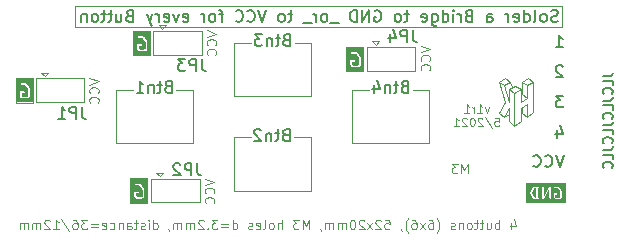
<source format=gbr>
%TF.GenerationSoftware,KiCad,Pcbnew,5.1.7-a382d34a8~88~ubuntu18.04.1*%
%TF.CreationDate,2021-05-23T11:53:04+02:00*%
%TF.ProjectId,button-board-6x6mm-4buttons,62757474-6f6e-42d6-926f-6172642d3678,v1r1*%
%TF.SameCoordinates,Original*%
%TF.FileFunction,Legend,Bot*%
%TF.FilePolarity,Positive*%
%FSLAX46Y46*%
G04 Gerber Fmt 4.6, Leading zero omitted, Abs format (unit mm)*
G04 Created by KiCad (PCBNEW 5.1.7-a382d34a8~88~ubuntu18.04.1) date 2021-05-23 11:53:04*
%MOMM*%
%LPD*%
G01*
G04 APERTURE LIST*
%ADD10C,0.150000*%
%ADD11C,0.120000*%
%ADD12C,0.090000*%
%ADD13C,0.100000*%
%ADD14C,0.070000*%
%ADD15C,0.064000*%
G04 APERTURE END LIST*
D10*
X86456428Y-38558571D02*
X87035000Y-38558571D01*
X87150714Y-38520000D01*
X87227857Y-38442857D01*
X87266428Y-38327142D01*
X87266428Y-38250000D01*
X87266428Y-39330000D02*
X87266428Y-38944285D01*
X86456428Y-38944285D01*
X87189285Y-40062857D02*
X87227857Y-40024285D01*
X87266428Y-39908571D01*
X87266428Y-39831428D01*
X87227857Y-39715714D01*
X87150714Y-39638571D01*
X87073571Y-39600000D01*
X86919285Y-39561428D01*
X86803571Y-39561428D01*
X86649285Y-39600000D01*
X86572142Y-39638571D01*
X86495000Y-39715714D01*
X86456428Y-39831428D01*
X86456428Y-39908571D01*
X86495000Y-40024285D01*
X86533571Y-40062857D01*
X86456428Y-40641428D02*
X87035000Y-40641428D01*
X87150714Y-40602857D01*
X87227857Y-40525714D01*
X87266428Y-40410000D01*
X87266428Y-40332857D01*
X87266428Y-41412857D02*
X87266428Y-41027142D01*
X86456428Y-41027142D01*
X87189285Y-42145714D02*
X87227857Y-42107142D01*
X87266428Y-41991428D01*
X87266428Y-41914285D01*
X87227857Y-41798571D01*
X87150714Y-41721428D01*
X87073571Y-41682857D01*
X86919285Y-41644285D01*
X86803571Y-41644285D01*
X86649285Y-41682857D01*
X86572142Y-41721428D01*
X86495000Y-41798571D01*
X86456428Y-41914285D01*
X86456428Y-41991428D01*
X86495000Y-42107142D01*
X86533571Y-42145714D01*
X86456428Y-42724285D02*
X87035000Y-42724285D01*
X87150714Y-42685714D01*
X87227857Y-42608571D01*
X87266428Y-42492857D01*
X87266428Y-42415714D01*
X87266428Y-43495714D02*
X87266428Y-43110000D01*
X86456428Y-43110000D01*
X87189285Y-44228571D02*
X87227857Y-44190000D01*
X87266428Y-44074285D01*
X87266428Y-43997142D01*
X87227857Y-43881428D01*
X87150714Y-43804285D01*
X87073571Y-43765714D01*
X86919285Y-43727142D01*
X86803571Y-43727142D01*
X86649285Y-43765714D01*
X86572142Y-43804285D01*
X86495000Y-43881428D01*
X86456428Y-43997142D01*
X86456428Y-44074285D01*
X86495000Y-44190000D01*
X86533571Y-44228571D01*
X86456428Y-44807142D02*
X87035000Y-44807142D01*
X87150714Y-44768571D01*
X87227857Y-44691428D01*
X87266428Y-44575714D01*
X87266428Y-44498571D01*
X87266428Y-45578571D02*
X87266428Y-45192857D01*
X86456428Y-45192857D01*
X87189285Y-46311428D02*
X87227857Y-46272857D01*
X87266428Y-46157142D01*
X87266428Y-46080000D01*
X87227857Y-45964285D01*
X87150714Y-45887142D01*
X87073571Y-45848571D01*
X86919285Y-45810000D01*
X86803571Y-45810000D01*
X86649285Y-45848571D01*
X86572142Y-45887142D01*
X86495000Y-45964285D01*
X86456428Y-46080000D01*
X86456428Y-46157142D01*
X86495000Y-46272857D01*
X86533571Y-46311428D01*
D11*
X65250000Y-39750000D02*
X66650000Y-39750000D01*
X71750000Y-39750000D02*
X70350000Y-39750000D01*
X45250000Y-39750000D02*
X46650000Y-39750000D01*
X45250000Y-44250000D02*
X45250000Y-39750000D01*
X51750000Y-44250000D02*
X45250000Y-44250000D01*
X51750000Y-39750000D02*
X51750000Y-44250000D01*
X50350000Y-39750000D02*
X51750000Y-39750000D01*
X55250000Y-43750000D02*
X56650000Y-43750000D01*
X55250000Y-48250000D02*
X55250000Y-43750000D01*
X61750000Y-48250000D02*
X55250000Y-48250000D01*
X61750000Y-43750000D02*
X61750000Y-48250000D01*
X60300000Y-43750000D02*
X61750000Y-43750000D01*
X55250000Y-35750000D02*
X56650000Y-35750000D01*
X55250000Y-40250000D02*
X55250000Y-35750000D01*
X61750000Y-40250000D02*
X55250000Y-40250000D01*
X61750000Y-35750000D02*
X61750000Y-40250000D01*
X60350000Y-35750000D02*
X61750000Y-35750000D01*
X65250000Y-44250000D02*
X65250000Y-39750000D01*
X71750000Y-44250000D02*
X65250000Y-44250000D01*
X71750000Y-39750000D02*
X71750000Y-44250000D01*
D12*
X74997619Y-46761904D02*
X74997619Y-45961904D01*
X74730952Y-46533333D01*
X74464285Y-45961904D01*
X74464285Y-46761904D01*
X74159523Y-45961904D02*
X73664285Y-45961904D01*
X73930952Y-46266666D01*
X73816666Y-46266666D01*
X73740476Y-46304761D01*
X73702380Y-46342857D01*
X73664285Y-46419047D01*
X73664285Y-46609523D01*
X73702380Y-46685714D01*
X73740476Y-46723809D01*
X73816666Y-46761904D01*
X74045238Y-46761904D01*
X74121428Y-46723809D01*
X74159523Y-46685714D01*
X42961904Y-38733333D02*
X43761904Y-39000000D01*
X42961904Y-39266666D01*
X43685714Y-39990476D02*
X43723809Y-39952380D01*
X43761904Y-39838095D01*
X43761904Y-39761904D01*
X43723809Y-39647619D01*
X43647619Y-39571428D01*
X43571428Y-39533333D01*
X43419047Y-39495238D01*
X43304761Y-39495238D01*
X43152380Y-39533333D01*
X43076190Y-39571428D01*
X43000000Y-39647619D01*
X42961904Y-39761904D01*
X42961904Y-39838095D01*
X43000000Y-39952380D01*
X43038095Y-39990476D01*
X43685714Y-40790476D02*
X43723809Y-40752380D01*
X43761904Y-40638095D01*
X43761904Y-40561904D01*
X43723809Y-40447619D01*
X43647619Y-40371428D01*
X43571428Y-40333333D01*
X43419047Y-40295238D01*
X43304761Y-40295238D01*
X43152380Y-40333333D01*
X43076190Y-40371428D01*
X43000000Y-40447619D01*
X42961904Y-40561904D01*
X42961904Y-40638095D01*
X43000000Y-40752380D01*
X43038095Y-40790476D01*
X71011904Y-35983333D02*
X71811904Y-36250000D01*
X71011904Y-36516666D01*
X71735714Y-37240476D02*
X71773809Y-37202380D01*
X71811904Y-37088095D01*
X71811904Y-37011904D01*
X71773809Y-36897619D01*
X71697619Y-36821428D01*
X71621428Y-36783333D01*
X71469047Y-36745238D01*
X71354761Y-36745238D01*
X71202380Y-36783333D01*
X71126190Y-36821428D01*
X71050000Y-36897619D01*
X71011904Y-37011904D01*
X71011904Y-37088095D01*
X71050000Y-37202380D01*
X71088095Y-37240476D01*
X71735714Y-38040476D02*
X71773809Y-38002380D01*
X71811904Y-37888095D01*
X71811904Y-37811904D01*
X71773809Y-37697619D01*
X71697619Y-37621428D01*
X71621428Y-37583333D01*
X71469047Y-37545238D01*
X71354761Y-37545238D01*
X71202380Y-37583333D01*
X71126190Y-37621428D01*
X71050000Y-37697619D01*
X71011904Y-37811904D01*
X71011904Y-37888095D01*
X71050000Y-38002380D01*
X71088095Y-38040476D01*
X52911904Y-34683333D02*
X53711904Y-34950000D01*
X52911904Y-35216666D01*
X53635714Y-35940476D02*
X53673809Y-35902380D01*
X53711904Y-35788095D01*
X53711904Y-35711904D01*
X53673809Y-35597619D01*
X53597619Y-35521428D01*
X53521428Y-35483333D01*
X53369047Y-35445238D01*
X53254761Y-35445238D01*
X53102380Y-35483333D01*
X53026190Y-35521428D01*
X52950000Y-35597619D01*
X52911904Y-35711904D01*
X52911904Y-35788095D01*
X52950000Y-35902380D01*
X52988095Y-35940476D01*
X53635714Y-36740476D02*
X53673809Y-36702380D01*
X53711904Y-36588095D01*
X53711904Y-36511904D01*
X53673809Y-36397619D01*
X53597619Y-36321428D01*
X53521428Y-36283333D01*
X53369047Y-36245238D01*
X53254761Y-36245238D01*
X53102380Y-36283333D01*
X53026190Y-36321428D01*
X52950000Y-36397619D01*
X52911904Y-36511904D01*
X52911904Y-36588095D01*
X52950000Y-36702380D01*
X52988095Y-36740476D01*
X52761904Y-47233333D02*
X53561904Y-47500000D01*
X52761904Y-47766666D01*
X53485714Y-48490476D02*
X53523809Y-48452380D01*
X53561904Y-48338095D01*
X53561904Y-48261904D01*
X53523809Y-48147619D01*
X53447619Y-48071428D01*
X53371428Y-48033333D01*
X53219047Y-47995238D01*
X53104761Y-47995238D01*
X52952380Y-48033333D01*
X52876190Y-48071428D01*
X52800000Y-48147619D01*
X52761904Y-48261904D01*
X52761904Y-48338095D01*
X52800000Y-48452380D01*
X52838095Y-48490476D01*
X53485714Y-49290476D02*
X53523809Y-49252380D01*
X53561904Y-49138095D01*
X53561904Y-49061904D01*
X53523809Y-48947619D01*
X53447619Y-48871428D01*
X53371428Y-48833333D01*
X53219047Y-48795238D01*
X53104761Y-48795238D01*
X52952380Y-48833333D01*
X52876190Y-48871428D01*
X52800000Y-48947619D01*
X52761904Y-49061904D01*
X52761904Y-49138095D01*
X52800000Y-49252380D01*
X52838095Y-49290476D01*
D10*
X83130952Y-45252380D02*
X82797619Y-46252380D01*
X82464285Y-45252380D01*
X81559523Y-46157142D02*
X81607142Y-46204761D01*
X81749999Y-46252380D01*
X81845238Y-46252380D01*
X81988095Y-46204761D01*
X82083333Y-46109523D01*
X82130952Y-46014285D01*
X82178571Y-45823809D01*
X82178571Y-45680952D01*
X82130952Y-45490476D01*
X82083333Y-45395238D01*
X81988095Y-45300000D01*
X81845238Y-45252380D01*
X81749999Y-45252380D01*
X81607142Y-45300000D01*
X81559523Y-45347619D01*
X80559523Y-46157142D02*
X80607142Y-46204761D01*
X80749999Y-46252380D01*
X80845238Y-46252380D01*
X80988095Y-46204761D01*
X81083333Y-46109523D01*
X81130952Y-46014285D01*
X81178571Y-45823809D01*
X81178571Y-45680952D01*
X81130952Y-45490476D01*
X81083333Y-45395238D01*
X80988095Y-45300000D01*
X80845238Y-45252380D01*
X80749999Y-45252380D01*
X80607142Y-45300000D01*
X80559523Y-45347619D01*
X82559523Y-43085714D02*
X82559523Y-43752380D01*
X82797619Y-42704761D02*
X83035714Y-43419047D01*
X82416666Y-43419047D01*
X83083333Y-40202380D02*
X82464285Y-40202380D01*
X82797619Y-40583333D01*
X82654761Y-40583333D01*
X82559523Y-40630952D01*
X82511904Y-40678571D01*
X82464285Y-40773809D01*
X82464285Y-41011904D01*
X82511904Y-41107142D01*
X82559523Y-41154761D01*
X82654761Y-41202380D01*
X82940476Y-41202380D01*
X83035714Y-41154761D01*
X83083333Y-41107142D01*
X83035714Y-37747619D02*
X82988095Y-37700000D01*
X82892857Y-37652380D01*
X82654761Y-37652380D01*
X82559523Y-37700000D01*
X82511904Y-37747619D01*
X82464285Y-37842857D01*
X82464285Y-37938095D01*
X82511904Y-38080952D01*
X83083333Y-38652380D01*
X82464285Y-38652380D01*
X82464285Y-36102380D02*
X83035714Y-36102380D01*
X82750000Y-36102380D02*
X82750000Y-35102380D01*
X82845238Y-35245238D01*
X82940476Y-35340476D01*
X83035714Y-35388095D01*
D13*
X79042498Y-39350959D02*
X78517440Y-39649216D01*
X79488283Y-40742953D02*
X80024800Y-40401723D01*
X80557719Y-39016183D02*
X80557719Y-41632832D01*
X80024800Y-40936600D02*
X79488283Y-41289651D01*
X79488283Y-41289651D02*
X79488283Y-42383722D01*
X78517440Y-41293799D02*
X78517440Y-42388169D01*
X78153150Y-38755932D02*
X77630640Y-39031578D01*
X78174072Y-40759923D02*
X77630640Y-41651104D01*
X78517440Y-42388169D02*
X78959116Y-42755269D01*
X80024800Y-39331634D02*
X80557719Y-39016183D01*
X79488283Y-39649214D02*
X79042498Y-39350959D01*
X79578646Y-39046402D02*
X80024800Y-39331634D01*
X78959116Y-39962443D02*
X78517440Y-39652963D01*
X78517440Y-39652963D02*
X78517440Y-40746947D01*
X80024800Y-40401723D02*
X79582640Y-40097866D01*
X80024800Y-40401723D02*
X80024800Y-39331634D01*
X79582783Y-41247094D02*
X79583233Y-41704455D01*
X78075764Y-42021069D02*
X78517440Y-41293799D01*
X78517440Y-40746947D02*
X78075764Y-39343483D01*
X78959116Y-39962443D02*
X79488283Y-39649214D01*
X78605849Y-39062844D02*
X78747821Y-39513976D01*
X80557719Y-41632832D02*
X80024800Y-42007014D01*
X78601686Y-39056030D02*
X78153150Y-38755932D01*
X78075764Y-39343483D02*
X77630640Y-39031587D01*
X80024800Y-42007014D02*
X80024800Y-40936600D01*
X79581606Y-39048294D02*
X79582640Y-40097866D01*
X80557719Y-39016184D02*
X80111272Y-38743847D01*
X78500901Y-41788703D02*
X78510544Y-41783432D01*
X79582640Y-40097866D02*
X79489317Y-40151745D01*
X78075764Y-42021069D02*
X78500901Y-41788703D01*
X80016215Y-42008313D02*
X79584197Y-41711425D01*
X77630640Y-41651104D02*
X78075764Y-42021069D01*
X80111272Y-38743847D02*
X79578646Y-39046402D01*
X78075764Y-39343483D02*
X78601686Y-39056030D01*
X77630640Y-39031587D02*
X78174072Y-40759923D01*
X79488283Y-39649214D02*
X79488283Y-40742953D01*
X79488283Y-42383722D02*
X78959116Y-42755269D01*
X78959116Y-42755269D02*
X78959116Y-39962443D01*
D14*
X76800000Y-41190000D02*
X76633333Y-41656666D01*
X76466666Y-41190000D01*
X75833333Y-41656666D02*
X76233333Y-41656666D01*
X76033333Y-41656666D02*
X76033333Y-40956666D01*
X76100000Y-41056666D01*
X76166666Y-41123333D01*
X76233333Y-41156666D01*
X75533333Y-41656666D02*
X75533333Y-41190000D01*
X75533333Y-41323333D02*
X75500000Y-41256666D01*
X75466666Y-41223333D01*
X75400000Y-41190000D01*
X75333333Y-41190000D01*
X74733333Y-41656666D02*
X75133333Y-41656666D01*
X74933333Y-41656666D02*
X74933333Y-40956666D01*
X75000000Y-41056666D01*
X75066666Y-41123333D01*
X75133333Y-41156666D01*
X77283333Y-42076666D02*
X77616666Y-42076666D01*
X77650000Y-42410000D01*
X77616666Y-42376666D01*
X77550000Y-42343333D01*
X77383333Y-42343333D01*
X77316666Y-42376666D01*
X77283333Y-42410000D01*
X77250000Y-42476666D01*
X77250000Y-42643333D01*
X77283333Y-42710000D01*
X77316666Y-42743333D01*
X77383333Y-42776666D01*
X77550000Y-42776666D01*
X77616666Y-42743333D01*
X77650000Y-42710000D01*
X76450000Y-42043333D02*
X77050000Y-42943333D01*
X76250000Y-42143333D02*
X76216666Y-42110000D01*
X76150000Y-42076666D01*
X75983333Y-42076666D01*
X75916666Y-42110000D01*
X75883333Y-42143333D01*
X75850000Y-42210000D01*
X75850000Y-42276666D01*
X75883333Y-42376666D01*
X76283333Y-42776666D01*
X75850000Y-42776666D01*
X75416666Y-42076666D02*
X75350000Y-42076666D01*
X75283333Y-42110000D01*
X75250000Y-42143333D01*
X75216666Y-42210000D01*
X75183333Y-42343333D01*
X75183333Y-42510000D01*
X75216666Y-42643333D01*
X75250000Y-42710000D01*
X75283333Y-42743333D01*
X75350000Y-42776666D01*
X75416666Y-42776666D01*
X75483333Y-42743333D01*
X75516666Y-42710000D01*
X75550000Y-42643333D01*
X75583333Y-42510000D01*
X75583333Y-42343333D01*
X75550000Y-42210000D01*
X75516666Y-42143333D01*
X75483333Y-42110000D01*
X75416666Y-42076666D01*
X74916666Y-42143333D02*
X74883333Y-42110000D01*
X74816666Y-42076666D01*
X74650000Y-42076666D01*
X74583333Y-42110000D01*
X74550000Y-42143333D01*
X74516666Y-42210000D01*
X74516666Y-42276666D01*
X74550000Y-42376666D01*
X74950000Y-42776666D01*
X74516666Y-42776666D01*
X73850000Y-42776666D02*
X74250000Y-42776666D01*
X74050000Y-42776666D02*
X74050000Y-42076666D01*
X74116666Y-42176666D01*
X74183333Y-42243333D01*
X74250000Y-42276666D01*
D10*
X59592857Y-43528571D02*
X59450000Y-43576190D01*
X59402380Y-43623809D01*
X59354761Y-43719047D01*
X59354761Y-43861904D01*
X59402380Y-43957142D01*
X59450000Y-44004761D01*
X59545238Y-44052380D01*
X59926190Y-44052380D01*
X59926190Y-43052380D01*
X59592857Y-43052380D01*
X59497619Y-43100000D01*
X59450000Y-43147619D01*
X59402380Y-43242857D01*
X59402380Y-43338095D01*
X59450000Y-43433333D01*
X59497619Y-43480952D01*
X59592857Y-43528571D01*
X59926190Y-43528571D01*
X59069047Y-43385714D02*
X58688095Y-43385714D01*
X58926190Y-43052380D02*
X58926190Y-43909523D01*
X58878571Y-44004761D01*
X58783333Y-44052380D01*
X58688095Y-44052380D01*
X58354761Y-43385714D02*
X58354761Y-44052380D01*
X58354761Y-43480952D02*
X58307142Y-43433333D01*
X58211904Y-43385714D01*
X58069047Y-43385714D01*
X57973809Y-43433333D01*
X57926190Y-43528571D01*
X57926190Y-44052380D01*
X57497619Y-43147619D02*
X57450000Y-43100000D01*
X57354761Y-43052380D01*
X57116666Y-43052380D01*
X57021428Y-43100000D01*
X56973809Y-43147619D01*
X56926190Y-43242857D01*
X56926190Y-43338095D01*
X56973809Y-43480952D01*
X57545238Y-44052380D01*
X56926190Y-44052380D01*
X59642857Y-35478571D02*
X59500000Y-35526190D01*
X59452380Y-35573809D01*
X59404761Y-35669047D01*
X59404761Y-35811904D01*
X59452380Y-35907142D01*
X59500000Y-35954761D01*
X59595238Y-36002380D01*
X59976190Y-36002380D01*
X59976190Y-35002380D01*
X59642857Y-35002380D01*
X59547619Y-35050000D01*
X59500000Y-35097619D01*
X59452380Y-35192857D01*
X59452380Y-35288095D01*
X59500000Y-35383333D01*
X59547619Y-35430952D01*
X59642857Y-35478571D01*
X59976190Y-35478571D01*
X59119047Y-35335714D02*
X58738095Y-35335714D01*
X58976190Y-35002380D02*
X58976190Y-35859523D01*
X58928571Y-35954761D01*
X58833333Y-36002380D01*
X58738095Y-36002380D01*
X58404761Y-35335714D02*
X58404761Y-36002380D01*
X58404761Y-35430952D02*
X58357142Y-35383333D01*
X58261904Y-35335714D01*
X58119047Y-35335714D01*
X58023809Y-35383333D01*
X57976190Y-35478571D01*
X57976190Y-36002380D01*
X57595238Y-35002380D02*
X56976190Y-35002380D01*
X57309523Y-35383333D01*
X57166666Y-35383333D01*
X57071428Y-35430952D01*
X57023809Y-35478571D01*
X56976190Y-35573809D01*
X56976190Y-35811904D01*
X57023809Y-35907142D01*
X57071428Y-35954761D01*
X57166666Y-36002380D01*
X57452380Y-36002380D01*
X57547619Y-35954761D01*
X57595238Y-35907142D01*
D11*
X82950000Y-32600000D02*
X82950000Y-34400000D01*
X41750000Y-32600000D02*
X82950000Y-32600000D01*
X41750000Y-34400000D02*
X41750000Y-32600000D01*
X82950000Y-34400000D02*
X41750000Y-34400000D01*
D10*
X82640476Y-33904761D02*
X82497619Y-33952380D01*
X82259523Y-33952380D01*
X82164285Y-33904761D01*
X82116666Y-33857142D01*
X82069047Y-33761904D01*
X82069047Y-33666666D01*
X82116666Y-33571428D01*
X82164285Y-33523809D01*
X82259523Y-33476190D01*
X82450000Y-33428571D01*
X82545238Y-33380952D01*
X82592857Y-33333333D01*
X82640476Y-33238095D01*
X82640476Y-33142857D01*
X82592857Y-33047619D01*
X82545238Y-33000000D01*
X82450000Y-32952380D01*
X82211904Y-32952380D01*
X82069047Y-33000000D01*
X81497619Y-33952380D02*
X81592857Y-33904761D01*
X81640476Y-33857142D01*
X81688095Y-33761904D01*
X81688095Y-33476190D01*
X81640476Y-33380952D01*
X81592857Y-33333333D01*
X81497619Y-33285714D01*
X81354761Y-33285714D01*
X81259523Y-33333333D01*
X81211904Y-33380952D01*
X81164285Y-33476190D01*
X81164285Y-33761904D01*
X81211904Y-33857142D01*
X81259523Y-33904761D01*
X81354761Y-33952380D01*
X81497619Y-33952380D01*
X80592857Y-33952380D02*
X80688095Y-33904761D01*
X80735714Y-33809523D01*
X80735714Y-32952380D01*
X79783333Y-33952380D02*
X79783333Y-32952380D01*
X79783333Y-33904761D02*
X79878571Y-33952380D01*
X80069047Y-33952380D01*
X80164285Y-33904761D01*
X80211904Y-33857142D01*
X80259523Y-33761904D01*
X80259523Y-33476190D01*
X80211904Y-33380952D01*
X80164285Y-33333333D01*
X80069047Y-33285714D01*
X79878571Y-33285714D01*
X79783333Y-33333333D01*
X78926190Y-33904761D02*
X79021428Y-33952380D01*
X79211904Y-33952380D01*
X79307142Y-33904761D01*
X79354761Y-33809523D01*
X79354761Y-33428571D01*
X79307142Y-33333333D01*
X79211904Y-33285714D01*
X79021428Y-33285714D01*
X78926190Y-33333333D01*
X78878571Y-33428571D01*
X78878571Y-33523809D01*
X79354761Y-33619047D01*
X78450000Y-33952380D02*
X78450000Y-33285714D01*
X78450000Y-33476190D02*
X78402380Y-33380952D01*
X78354761Y-33333333D01*
X78259523Y-33285714D01*
X78164285Y-33285714D01*
X76640476Y-33952380D02*
X76640476Y-33428571D01*
X76688095Y-33333333D01*
X76783333Y-33285714D01*
X76973809Y-33285714D01*
X77069047Y-33333333D01*
X76640476Y-33904761D02*
X76735714Y-33952380D01*
X76973809Y-33952380D01*
X77069047Y-33904761D01*
X77116666Y-33809523D01*
X77116666Y-33714285D01*
X77069047Y-33619047D01*
X76973809Y-33571428D01*
X76735714Y-33571428D01*
X76640476Y-33523809D01*
X75069047Y-33428571D02*
X74926190Y-33476190D01*
X74878571Y-33523809D01*
X74830952Y-33619047D01*
X74830952Y-33761904D01*
X74878571Y-33857142D01*
X74926190Y-33904761D01*
X75021428Y-33952380D01*
X75402380Y-33952380D01*
X75402380Y-32952380D01*
X75069047Y-32952380D01*
X74973809Y-33000000D01*
X74926190Y-33047619D01*
X74878571Y-33142857D01*
X74878571Y-33238095D01*
X74926190Y-33333333D01*
X74973809Y-33380952D01*
X75069047Y-33428571D01*
X75402380Y-33428571D01*
X74402380Y-33952380D02*
X74402380Y-33285714D01*
X74402380Y-33476190D02*
X74354761Y-33380952D01*
X74307142Y-33333333D01*
X74211904Y-33285714D01*
X74116666Y-33285714D01*
X73783333Y-33952380D02*
X73783333Y-33285714D01*
X73783333Y-32952380D02*
X73830952Y-33000000D01*
X73783333Y-33047619D01*
X73735714Y-33000000D01*
X73783333Y-32952380D01*
X73783333Y-33047619D01*
X72878571Y-33952380D02*
X72878571Y-32952380D01*
X72878571Y-33904761D02*
X72973809Y-33952380D01*
X73164285Y-33952380D01*
X73259523Y-33904761D01*
X73307142Y-33857142D01*
X73354761Y-33761904D01*
X73354761Y-33476190D01*
X73307142Y-33380952D01*
X73259523Y-33333333D01*
X73164285Y-33285714D01*
X72973809Y-33285714D01*
X72878571Y-33333333D01*
X71973809Y-33285714D02*
X71973809Y-34095238D01*
X72021428Y-34190476D01*
X72069047Y-34238095D01*
X72164285Y-34285714D01*
X72307142Y-34285714D01*
X72402380Y-34238095D01*
X71973809Y-33904761D02*
X72069047Y-33952380D01*
X72259523Y-33952380D01*
X72354761Y-33904761D01*
X72402380Y-33857142D01*
X72450000Y-33761904D01*
X72450000Y-33476190D01*
X72402380Y-33380952D01*
X72354761Y-33333333D01*
X72259523Y-33285714D01*
X72069047Y-33285714D01*
X71973809Y-33333333D01*
X71116666Y-33904761D02*
X71211904Y-33952380D01*
X71402380Y-33952380D01*
X71497619Y-33904761D01*
X71545238Y-33809523D01*
X71545238Y-33428571D01*
X71497619Y-33333333D01*
X71402380Y-33285714D01*
X71211904Y-33285714D01*
X71116666Y-33333333D01*
X71069047Y-33428571D01*
X71069047Y-33523809D01*
X71545238Y-33619047D01*
X70021428Y-33285714D02*
X69640476Y-33285714D01*
X69878571Y-32952380D02*
X69878571Y-33809523D01*
X69830952Y-33904761D01*
X69735714Y-33952380D01*
X69640476Y-33952380D01*
X69164285Y-33952380D02*
X69259523Y-33904761D01*
X69307142Y-33857142D01*
X69354761Y-33761904D01*
X69354761Y-33476190D01*
X69307142Y-33380952D01*
X69259523Y-33333333D01*
X69164285Y-33285714D01*
X69021428Y-33285714D01*
X68926190Y-33333333D01*
X68878571Y-33380952D01*
X68830952Y-33476190D01*
X68830952Y-33761904D01*
X68878571Y-33857142D01*
X68926190Y-33904761D01*
X69021428Y-33952380D01*
X69164285Y-33952380D01*
X67116666Y-33000000D02*
X67211904Y-32952380D01*
X67354761Y-32952380D01*
X67497619Y-33000000D01*
X67592857Y-33095238D01*
X67640476Y-33190476D01*
X67688095Y-33380952D01*
X67688095Y-33523809D01*
X67640476Y-33714285D01*
X67592857Y-33809523D01*
X67497619Y-33904761D01*
X67354761Y-33952380D01*
X67259523Y-33952380D01*
X67116666Y-33904761D01*
X67069047Y-33857142D01*
X67069047Y-33523809D01*
X67259523Y-33523809D01*
X66640476Y-33952380D02*
X66640476Y-32952380D01*
X66069047Y-33952380D01*
X66069047Y-32952380D01*
X65592857Y-33952380D02*
X65592857Y-32952380D01*
X65354761Y-32952380D01*
X65211904Y-33000000D01*
X65116666Y-33095238D01*
X65069047Y-33190476D01*
X65021428Y-33380952D01*
X65021428Y-33523809D01*
X65069047Y-33714285D01*
X65116666Y-33809523D01*
X65211904Y-33904761D01*
X65354761Y-33952380D01*
X65592857Y-33952380D01*
X64069047Y-34047619D02*
X63307142Y-34047619D01*
X62926190Y-33952380D02*
X63021428Y-33904761D01*
X63069047Y-33857142D01*
X63116666Y-33761904D01*
X63116666Y-33476190D01*
X63069047Y-33380952D01*
X63021428Y-33333333D01*
X62926190Y-33285714D01*
X62783333Y-33285714D01*
X62688095Y-33333333D01*
X62640476Y-33380952D01*
X62592857Y-33476190D01*
X62592857Y-33761904D01*
X62640476Y-33857142D01*
X62688095Y-33904761D01*
X62783333Y-33952380D01*
X62926190Y-33952380D01*
X62164285Y-33952380D02*
X62164285Y-33285714D01*
X62164285Y-33476190D02*
X62116666Y-33380952D01*
X62069047Y-33333333D01*
X61973809Y-33285714D01*
X61878571Y-33285714D01*
X61783333Y-34047619D02*
X61021428Y-34047619D01*
X60164285Y-33285714D02*
X59783333Y-33285714D01*
X60021428Y-32952380D02*
X60021428Y-33809523D01*
X59973809Y-33904761D01*
X59878571Y-33952380D01*
X59783333Y-33952380D01*
X59307142Y-33952380D02*
X59402380Y-33904761D01*
X59450000Y-33857142D01*
X59497619Y-33761904D01*
X59497619Y-33476190D01*
X59450000Y-33380952D01*
X59402380Y-33333333D01*
X59307142Y-33285714D01*
X59164285Y-33285714D01*
X59069047Y-33333333D01*
X59021428Y-33380952D01*
X58973809Y-33476190D01*
X58973809Y-33761904D01*
X59021428Y-33857142D01*
X59069047Y-33904761D01*
X59164285Y-33952380D01*
X59307142Y-33952380D01*
X57926190Y-32952380D02*
X57592857Y-33952380D01*
X57259523Y-32952380D01*
X56354761Y-33857142D02*
X56402380Y-33904761D01*
X56545238Y-33952380D01*
X56640476Y-33952380D01*
X56783333Y-33904761D01*
X56878571Y-33809523D01*
X56926190Y-33714285D01*
X56973809Y-33523809D01*
X56973809Y-33380952D01*
X56926190Y-33190476D01*
X56878571Y-33095238D01*
X56783333Y-33000000D01*
X56640476Y-32952380D01*
X56545238Y-32952380D01*
X56402380Y-33000000D01*
X56354761Y-33047619D01*
X55354761Y-33857142D02*
X55402380Y-33904761D01*
X55545238Y-33952380D01*
X55640476Y-33952380D01*
X55783333Y-33904761D01*
X55878571Y-33809523D01*
X55926190Y-33714285D01*
X55973809Y-33523809D01*
X55973809Y-33380952D01*
X55926190Y-33190476D01*
X55878571Y-33095238D01*
X55783333Y-33000000D01*
X55640476Y-32952380D01*
X55545238Y-32952380D01*
X55402380Y-33000000D01*
X55354761Y-33047619D01*
X54307142Y-33285714D02*
X53926190Y-33285714D01*
X54164285Y-33952380D02*
X54164285Y-33095238D01*
X54116666Y-33000000D01*
X54021428Y-32952380D01*
X53926190Y-32952380D01*
X53450000Y-33952380D02*
X53545238Y-33904761D01*
X53592857Y-33857142D01*
X53640476Y-33761904D01*
X53640476Y-33476190D01*
X53592857Y-33380952D01*
X53545238Y-33333333D01*
X53450000Y-33285714D01*
X53307142Y-33285714D01*
X53211904Y-33333333D01*
X53164285Y-33380952D01*
X53116666Y-33476190D01*
X53116666Y-33761904D01*
X53164285Y-33857142D01*
X53211904Y-33904761D01*
X53307142Y-33952380D01*
X53450000Y-33952380D01*
X52688095Y-33952380D02*
X52688095Y-33285714D01*
X52688095Y-33476190D02*
X52640476Y-33380952D01*
X52592857Y-33333333D01*
X52497619Y-33285714D01*
X52402380Y-33285714D01*
X50926190Y-33904761D02*
X51021428Y-33952380D01*
X51211904Y-33952380D01*
X51307142Y-33904761D01*
X51354761Y-33809523D01*
X51354761Y-33428571D01*
X51307142Y-33333333D01*
X51211904Y-33285714D01*
X51021428Y-33285714D01*
X50926190Y-33333333D01*
X50878571Y-33428571D01*
X50878571Y-33523809D01*
X51354761Y-33619047D01*
X50545238Y-33285714D02*
X50307142Y-33952380D01*
X50069047Y-33285714D01*
X49307142Y-33904761D02*
X49402380Y-33952380D01*
X49592857Y-33952380D01*
X49688095Y-33904761D01*
X49735714Y-33809523D01*
X49735714Y-33428571D01*
X49688095Y-33333333D01*
X49592857Y-33285714D01*
X49402380Y-33285714D01*
X49307142Y-33333333D01*
X49259523Y-33428571D01*
X49259523Y-33523809D01*
X49735714Y-33619047D01*
X48830952Y-33952380D02*
X48830952Y-33285714D01*
X48830952Y-33476190D02*
X48783333Y-33380952D01*
X48735714Y-33333333D01*
X48640476Y-33285714D01*
X48545238Y-33285714D01*
X48307142Y-33285714D02*
X48069047Y-33952380D01*
X47830952Y-33285714D02*
X48069047Y-33952380D01*
X48164285Y-34190476D01*
X48211904Y-34238095D01*
X48307142Y-34285714D01*
X46354761Y-33428571D02*
X46211904Y-33476190D01*
X46164285Y-33523809D01*
X46116666Y-33619047D01*
X46116666Y-33761904D01*
X46164285Y-33857142D01*
X46211904Y-33904761D01*
X46307142Y-33952380D01*
X46688095Y-33952380D01*
X46688095Y-32952380D01*
X46354761Y-32952380D01*
X46259523Y-33000000D01*
X46211904Y-33047619D01*
X46164285Y-33142857D01*
X46164285Y-33238095D01*
X46211904Y-33333333D01*
X46259523Y-33380952D01*
X46354761Y-33428571D01*
X46688095Y-33428571D01*
X45259523Y-33285714D02*
X45259523Y-33952380D01*
X45688095Y-33285714D02*
X45688095Y-33809523D01*
X45640476Y-33904761D01*
X45545238Y-33952380D01*
X45402380Y-33952380D01*
X45307142Y-33904761D01*
X45259523Y-33857142D01*
X44926190Y-33285714D02*
X44545238Y-33285714D01*
X44783333Y-32952380D02*
X44783333Y-33809523D01*
X44735714Y-33904761D01*
X44640476Y-33952380D01*
X44545238Y-33952380D01*
X44354761Y-33285714D02*
X43973809Y-33285714D01*
X44211904Y-32952380D02*
X44211904Y-33809523D01*
X44164285Y-33904761D01*
X44069047Y-33952380D01*
X43973809Y-33952380D01*
X43497619Y-33952380D02*
X43592857Y-33904761D01*
X43640476Y-33857142D01*
X43688095Y-33761904D01*
X43688095Y-33476190D01*
X43640476Y-33380952D01*
X43592857Y-33333333D01*
X43497619Y-33285714D01*
X43354761Y-33285714D01*
X43259523Y-33333333D01*
X43211904Y-33380952D01*
X43164285Y-33476190D01*
X43164285Y-33761904D01*
X43211904Y-33857142D01*
X43259523Y-33904761D01*
X43354761Y-33952380D01*
X43497619Y-33952380D01*
X42735714Y-33285714D02*
X42735714Y-33952380D01*
X42735714Y-33380952D02*
X42688095Y-33333333D01*
X42592857Y-33285714D01*
X42450000Y-33285714D01*
X42354761Y-33333333D01*
X42307142Y-33428571D01*
X42307142Y-33952380D01*
X49642857Y-39428571D02*
X49500000Y-39476190D01*
X49452380Y-39523809D01*
X49404761Y-39619047D01*
X49404761Y-39761904D01*
X49452380Y-39857142D01*
X49500000Y-39904761D01*
X49595238Y-39952380D01*
X49976190Y-39952380D01*
X49976190Y-38952380D01*
X49642857Y-38952380D01*
X49547619Y-39000000D01*
X49500000Y-39047619D01*
X49452380Y-39142857D01*
X49452380Y-39238095D01*
X49500000Y-39333333D01*
X49547619Y-39380952D01*
X49642857Y-39428571D01*
X49976190Y-39428571D01*
X49119047Y-39285714D02*
X48738095Y-39285714D01*
X48976190Y-38952380D02*
X48976190Y-39809523D01*
X48928571Y-39904761D01*
X48833333Y-39952380D01*
X48738095Y-39952380D01*
X48404761Y-39285714D02*
X48404761Y-39952380D01*
X48404761Y-39380952D02*
X48357142Y-39333333D01*
X48261904Y-39285714D01*
X48119047Y-39285714D01*
X48023809Y-39333333D01*
X47976190Y-39428571D01*
X47976190Y-39952380D01*
X46976190Y-39952380D02*
X47547619Y-39952380D01*
X47261904Y-39952380D02*
X47261904Y-38952380D01*
X47357142Y-39095238D01*
X47452380Y-39190476D01*
X47547619Y-39238095D01*
X69642857Y-39428571D02*
X69500000Y-39476190D01*
X69452380Y-39523809D01*
X69404761Y-39619047D01*
X69404761Y-39761904D01*
X69452380Y-39857142D01*
X69500000Y-39904761D01*
X69595238Y-39952380D01*
X69976190Y-39952380D01*
X69976190Y-38952380D01*
X69642857Y-38952380D01*
X69547619Y-39000000D01*
X69500000Y-39047619D01*
X69452380Y-39142857D01*
X69452380Y-39238095D01*
X69500000Y-39333333D01*
X69547619Y-39380952D01*
X69642857Y-39428571D01*
X69976190Y-39428571D01*
X69119047Y-39285714D02*
X68738095Y-39285714D01*
X68976190Y-38952380D02*
X68976190Y-39809523D01*
X68928571Y-39904761D01*
X68833333Y-39952380D01*
X68738095Y-39952380D01*
X68404761Y-39285714D02*
X68404761Y-39952380D01*
X68404761Y-39380952D02*
X68357142Y-39333333D01*
X68261904Y-39285714D01*
X68119047Y-39285714D01*
X68023809Y-39333333D01*
X67976190Y-39428571D01*
X67976190Y-39952380D01*
X67071428Y-39285714D02*
X67071428Y-39952380D01*
X67309523Y-38904761D02*
X67547619Y-39619047D01*
X66928571Y-39619047D01*
D12*
X78697619Y-50978571D02*
X78697619Y-51511904D01*
X78888095Y-50673809D02*
X79078571Y-51245238D01*
X78583333Y-51245238D01*
X77669047Y-51511904D02*
X77669047Y-50711904D01*
X77669047Y-51016666D02*
X77592857Y-50978571D01*
X77440476Y-50978571D01*
X77364285Y-51016666D01*
X77326190Y-51054761D01*
X77288095Y-51130952D01*
X77288095Y-51359523D01*
X77326190Y-51435714D01*
X77364285Y-51473809D01*
X77440476Y-51511904D01*
X77592857Y-51511904D01*
X77669047Y-51473809D01*
X76602380Y-50978571D02*
X76602380Y-51511904D01*
X76945238Y-50978571D02*
X76945238Y-51397619D01*
X76907142Y-51473809D01*
X76830952Y-51511904D01*
X76716666Y-51511904D01*
X76640476Y-51473809D01*
X76602380Y-51435714D01*
X76335714Y-50978571D02*
X76030952Y-50978571D01*
X76221428Y-50711904D02*
X76221428Y-51397619D01*
X76183333Y-51473809D01*
X76107142Y-51511904D01*
X76030952Y-51511904D01*
X75878571Y-50978571D02*
X75573809Y-50978571D01*
X75764285Y-50711904D02*
X75764285Y-51397619D01*
X75726190Y-51473809D01*
X75650000Y-51511904D01*
X75573809Y-51511904D01*
X75192857Y-51511904D02*
X75269047Y-51473809D01*
X75307142Y-51435714D01*
X75345238Y-51359523D01*
X75345238Y-51130952D01*
X75307142Y-51054761D01*
X75269047Y-51016666D01*
X75192857Y-50978571D01*
X75078571Y-50978571D01*
X75002380Y-51016666D01*
X74964285Y-51054761D01*
X74926190Y-51130952D01*
X74926190Y-51359523D01*
X74964285Y-51435714D01*
X75002380Y-51473809D01*
X75078571Y-51511904D01*
X75192857Y-51511904D01*
X74583333Y-50978571D02*
X74583333Y-51511904D01*
X74583333Y-51054761D02*
X74545238Y-51016666D01*
X74469047Y-50978571D01*
X74354761Y-50978571D01*
X74278571Y-51016666D01*
X74240476Y-51092857D01*
X74240476Y-51511904D01*
X73897619Y-51473809D02*
X73821428Y-51511904D01*
X73669047Y-51511904D01*
X73592857Y-51473809D01*
X73554761Y-51397619D01*
X73554761Y-51359523D01*
X73592857Y-51283333D01*
X73669047Y-51245238D01*
X73783333Y-51245238D01*
X73859523Y-51207142D01*
X73897619Y-51130952D01*
X73897619Y-51092857D01*
X73859523Y-51016666D01*
X73783333Y-50978571D01*
X73669047Y-50978571D01*
X73592857Y-51016666D01*
X72373809Y-51816666D02*
X72411904Y-51778571D01*
X72488095Y-51664285D01*
X72526190Y-51588095D01*
X72564285Y-51473809D01*
X72602380Y-51283333D01*
X72602380Y-51130952D01*
X72564285Y-50940476D01*
X72526190Y-50826190D01*
X72488095Y-50750000D01*
X72411904Y-50635714D01*
X72373809Y-50597619D01*
X71726190Y-50711904D02*
X71878571Y-50711904D01*
X71954761Y-50750000D01*
X71992857Y-50788095D01*
X72069047Y-50902380D01*
X72107142Y-51054761D01*
X72107142Y-51359523D01*
X72069047Y-51435714D01*
X72030952Y-51473809D01*
X71954761Y-51511904D01*
X71802380Y-51511904D01*
X71726190Y-51473809D01*
X71688095Y-51435714D01*
X71650000Y-51359523D01*
X71650000Y-51169047D01*
X71688095Y-51092857D01*
X71726190Y-51054761D01*
X71802380Y-51016666D01*
X71954761Y-51016666D01*
X72030952Y-51054761D01*
X72069047Y-51092857D01*
X72107142Y-51169047D01*
X71383333Y-51511904D02*
X70964285Y-50978571D01*
X71383333Y-50978571D02*
X70964285Y-51511904D01*
X70316666Y-50711904D02*
X70469047Y-50711904D01*
X70545238Y-50750000D01*
X70583333Y-50788095D01*
X70659523Y-50902380D01*
X70697619Y-51054761D01*
X70697619Y-51359523D01*
X70659523Y-51435714D01*
X70621428Y-51473809D01*
X70545238Y-51511904D01*
X70392857Y-51511904D01*
X70316666Y-51473809D01*
X70278571Y-51435714D01*
X70240476Y-51359523D01*
X70240476Y-51169047D01*
X70278571Y-51092857D01*
X70316666Y-51054761D01*
X70392857Y-51016666D01*
X70545238Y-51016666D01*
X70621428Y-51054761D01*
X70659523Y-51092857D01*
X70697619Y-51169047D01*
X69973809Y-51816666D02*
X69935714Y-51778571D01*
X69859523Y-51664285D01*
X69821428Y-51588095D01*
X69783333Y-51473809D01*
X69745238Y-51283333D01*
X69745238Y-51130952D01*
X69783333Y-50940476D01*
X69821428Y-50826190D01*
X69859523Y-50750000D01*
X69935714Y-50635714D01*
X69973809Y-50597619D01*
X69326190Y-51473809D02*
X69326190Y-51511904D01*
X69364285Y-51588095D01*
X69402380Y-51626190D01*
X67992857Y-50711904D02*
X68373809Y-50711904D01*
X68411904Y-51092857D01*
X68373809Y-51054761D01*
X68297619Y-51016666D01*
X68107142Y-51016666D01*
X68030952Y-51054761D01*
X67992857Y-51092857D01*
X67954761Y-51169047D01*
X67954761Y-51359523D01*
X67992857Y-51435714D01*
X68030952Y-51473809D01*
X68107142Y-51511904D01*
X68297619Y-51511904D01*
X68373809Y-51473809D01*
X68411904Y-51435714D01*
X67650000Y-50788095D02*
X67611904Y-50750000D01*
X67535714Y-50711904D01*
X67345238Y-50711904D01*
X67269047Y-50750000D01*
X67230952Y-50788095D01*
X67192857Y-50864285D01*
X67192857Y-50940476D01*
X67230952Y-51054761D01*
X67688095Y-51511904D01*
X67192857Y-51511904D01*
X66926190Y-51511904D02*
X66507142Y-50978571D01*
X66926190Y-50978571D02*
X66507142Y-51511904D01*
X66240476Y-50788095D02*
X66202380Y-50750000D01*
X66126190Y-50711904D01*
X65935714Y-50711904D01*
X65859523Y-50750000D01*
X65821428Y-50788095D01*
X65783333Y-50864285D01*
X65783333Y-50940476D01*
X65821428Y-51054761D01*
X66278571Y-51511904D01*
X65783333Y-51511904D01*
X65288095Y-50711904D02*
X65211904Y-50711904D01*
X65135714Y-50750000D01*
X65097619Y-50788095D01*
X65059523Y-50864285D01*
X65021428Y-51016666D01*
X65021428Y-51207142D01*
X65059523Y-51359523D01*
X65097619Y-51435714D01*
X65135714Y-51473809D01*
X65211904Y-51511904D01*
X65288095Y-51511904D01*
X65364285Y-51473809D01*
X65402380Y-51435714D01*
X65440476Y-51359523D01*
X65478571Y-51207142D01*
X65478571Y-51016666D01*
X65440476Y-50864285D01*
X65402380Y-50788095D01*
X65364285Y-50750000D01*
X65288095Y-50711904D01*
X64678571Y-51511904D02*
X64678571Y-50978571D01*
X64678571Y-51054761D02*
X64640476Y-51016666D01*
X64564285Y-50978571D01*
X64450000Y-50978571D01*
X64373809Y-51016666D01*
X64335714Y-51092857D01*
X64335714Y-51511904D01*
X64335714Y-51092857D02*
X64297619Y-51016666D01*
X64221428Y-50978571D01*
X64107142Y-50978571D01*
X64030952Y-51016666D01*
X63992857Y-51092857D01*
X63992857Y-51511904D01*
X63611904Y-51511904D02*
X63611904Y-50978571D01*
X63611904Y-51054761D02*
X63573809Y-51016666D01*
X63497619Y-50978571D01*
X63383333Y-50978571D01*
X63307142Y-51016666D01*
X63269047Y-51092857D01*
X63269047Y-51511904D01*
X63269047Y-51092857D02*
X63230952Y-51016666D01*
X63154761Y-50978571D01*
X63040476Y-50978571D01*
X62964285Y-51016666D01*
X62926190Y-51092857D01*
X62926190Y-51511904D01*
X62507142Y-51473809D02*
X62507142Y-51511904D01*
X62545238Y-51588095D01*
X62583333Y-51626190D01*
X61554761Y-51511904D02*
X61554761Y-50711904D01*
X61288095Y-51283333D01*
X61021428Y-50711904D01*
X61021428Y-51511904D01*
X60716666Y-50711904D02*
X60221428Y-50711904D01*
X60488095Y-51016666D01*
X60373809Y-51016666D01*
X60297619Y-51054761D01*
X60259523Y-51092857D01*
X60221428Y-51169047D01*
X60221428Y-51359523D01*
X60259523Y-51435714D01*
X60297619Y-51473809D01*
X60373809Y-51511904D01*
X60602380Y-51511904D01*
X60678571Y-51473809D01*
X60716666Y-51435714D01*
X59269047Y-51511904D02*
X59269047Y-50711904D01*
X58926190Y-51511904D02*
X58926190Y-51092857D01*
X58964285Y-51016666D01*
X59040476Y-50978571D01*
X59154761Y-50978571D01*
X59230952Y-51016666D01*
X59269047Y-51054761D01*
X58430952Y-51511904D02*
X58507142Y-51473809D01*
X58545238Y-51435714D01*
X58583333Y-51359523D01*
X58583333Y-51130952D01*
X58545238Y-51054761D01*
X58507142Y-51016666D01*
X58430952Y-50978571D01*
X58316666Y-50978571D01*
X58240476Y-51016666D01*
X58202380Y-51054761D01*
X58164285Y-51130952D01*
X58164285Y-51359523D01*
X58202380Y-51435714D01*
X58240476Y-51473809D01*
X58316666Y-51511904D01*
X58430952Y-51511904D01*
X57707142Y-51511904D02*
X57783333Y-51473809D01*
X57821428Y-51397619D01*
X57821428Y-50711904D01*
X57097619Y-51473809D02*
X57173809Y-51511904D01*
X57326190Y-51511904D01*
X57402380Y-51473809D01*
X57440476Y-51397619D01*
X57440476Y-51092857D01*
X57402380Y-51016666D01*
X57326190Y-50978571D01*
X57173809Y-50978571D01*
X57097619Y-51016666D01*
X57059523Y-51092857D01*
X57059523Y-51169047D01*
X57440476Y-51245238D01*
X56754761Y-51473809D02*
X56678571Y-51511904D01*
X56526190Y-51511904D01*
X56450000Y-51473809D01*
X56411904Y-51397619D01*
X56411904Y-51359523D01*
X56450000Y-51283333D01*
X56526190Y-51245238D01*
X56640476Y-51245238D01*
X56716666Y-51207142D01*
X56754761Y-51130952D01*
X56754761Y-51092857D01*
X56716666Y-51016666D01*
X56640476Y-50978571D01*
X56526190Y-50978571D01*
X56450000Y-51016666D01*
X55116666Y-51511904D02*
X55116666Y-50711904D01*
X55116666Y-51473809D02*
X55192857Y-51511904D01*
X55345238Y-51511904D01*
X55421428Y-51473809D01*
X55459523Y-51435714D01*
X55497619Y-51359523D01*
X55497619Y-51130952D01*
X55459523Y-51054761D01*
X55421428Y-51016666D01*
X55345238Y-50978571D01*
X55192857Y-50978571D01*
X55116666Y-51016666D01*
X54735714Y-51092857D02*
X54126190Y-51092857D01*
X54126190Y-51321428D02*
X54735714Y-51321428D01*
X53821428Y-50711904D02*
X53326190Y-50711904D01*
X53592857Y-51016666D01*
X53478571Y-51016666D01*
X53402380Y-51054761D01*
X53364285Y-51092857D01*
X53326190Y-51169047D01*
X53326190Y-51359523D01*
X53364285Y-51435714D01*
X53402380Y-51473809D01*
X53478571Y-51511904D01*
X53707142Y-51511904D01*
X53783333Y-51473809D01*
X53821428Y-51435714D01*
X52983333Y-51435714D02*
X52945238Y-51473809D01*
X52983333Y-51511904D01*
X53021428Y-51473809D01*
X52983333Y-51435714D01*
X52983333Y-51511904D01*
X52640476Y-50788095D02*
X52602380Y-50750000D01*
X52526190Y-50711904D01*
X52335714Y-50711904D01*
X52259523Y-50750000D01*
X52221428Y-50788095D01*
X52183333Y-50864285D01*
X52183333Y-50940476D01*
X52221428Y-51054761D01*
X52678571Y-51511904D01*
X52183333Y-51511904D01*
X51840476Y-51511904D02*
X51840476Y-50978571D01*
X51840476Y-51054761D02*
X51802380Y-51016666D01*
X51726190Y-50978571D01*
X51611904Y-50978571D01*
X51535714Y-51016666D01*
X51497619Y-51092857D01*
X51497619Y-51511904D01*
X51497619Y-51092857D02*
X51459523Y-51016666D01*
X51383333Y-50978571D01*
X51269047Y-50978571D01*
X51192857Y-51016666D01*
X51154761Y-51092857D01*
X51154761Y-51511904D01*
X50773809Y-51511904D02*
X50773809Y-50978571D01*
X50773809Y-51054761D02*
X50735714Y-51016666D01*
X50659523Y-50978571D01*
X50545238Y-50978571D01*
X50469047Y-51016666D01*
X50430952Y-51092857D01*
X50430952Y-51511904D01*
X50430952Y-51092857D02*
X50392857Y-51016666D01*
X50316666Y-50978571D01*
X50202380Y-50978571D01*
X50126190Y-51016666D01*
X50088095Y-51092857D01*
X50088095Y-51511904D01*
X49669047Y-51473809D02*
X49669047Y-51511904D01*
X49707142Y-51588095D01*
X49745238Y-51626190D01*
X48373809Y-51511904D02*
X48373809Y-50711904D01*
X48373809Y-51473809D02*
X48450000Y-51511904D01*
X48602380Y-51511904D01*
X48678571Y-51473809D01*
X48716666Y-51435714D01*
X48754761Y-51359523D01*
X48754761Y-51130952D01*
X48716666Y-51054761D01*
X48678571Y-51016666D01*
X48602380Y-50978571D01*
X48450000Y-50978571D01*
X48373809Y-51016666D01*
X47992857Y-51511904D02*
X47992857Y-50978571D01*
X47992857Y-50711904D02*
X48030952Y-50750000D01*
X47992857Y-50788095D01*
X47954761Y-50750000D01*
X47992857Y-50711904D01*
X47992857Y-50788095D01*
X47650000Y-51473809D02*
X47573809Y-51511904D01*
X47421428Y-51511904D01*
X47345238Y-51473809D01*
X47307142Y-51397619D01*
X47307142Y-51359523D01*
X47345238Y-51283333D01*
X47421428Y-51245238D01*
X47535714Y-51245238D01*
X47611904Y-51207142D01*
X47650000Y-51130952D01*
X47650000Y-51092857D01*
X47611904Y-51016666D01*
X47535714Y-50978571D01*
X47421428Y-50978571D01*
X47345238Y-51016666D01*
X47078571Y-50978571D02*
X46773809Y-50978571D01*
X46964285Y-50711904D02*
X46964285Y-51397619D01*
X46926190Y-51473809D01*
X46850000Y-51511904D01*
X46773809Y-51511904D01*
X46164285Y-51511904D02*
X46164285Y-51092857D01*
X46202380Y-51016666D01*
X46278571Y-50978571D01*
X46430952Y-50978571D01*
X46507142Y-51016666D01*
X46164285Y-51473809D02*
X46240476Y-51511904D01*
X46430952Y-51511904D01*
X46507142Y-51473809D01*
X46545238Y-51397619D01*
X46545238Y-51321428D01*
X46507142Y-51245238D01*
X46430952Y-51207142D01*
X46240476Y-51207142D01*
X46164285Y-51169047D01*
X45783333Y-50978571D02*
X45783333Y-51511904D01*
X45783333Y-51054761D02*
X45745238Y-51016666D01*
X45669047Y-50978571D01*
X45554761Y-50978571D01*
X45478571Y-51016666D01*
X45440476Y-51092857D01*
X45440476Y-51511904D01*
X44716666Y-51473809D02*
X44792857Y-51511904D01*
X44945238Y-51511904D01*
X45021428Y-51473809D01*
X45059523Y-51435714D01*
X45097619Y-51359523D01*
X45097619Y-51130952D01*
X45059523Y-51054761D01*
X45021428Y-51016666D01*
X44945238Y-50978571D01*
X44792857Y-50978571D01*
X44716666Y-51016666D01*
X44069047Y-51473809D02*
X44145238Y-51511904D01*
X44297619Y-51511904D01*
X44373809Y-51473809D01*
X44411904Y-51397619D01*
X44411904Y-51092857D01*
X44373809Y-51016666D01*
X44297619Y-50978571D01*
X44145238Y-50978571D01*
X44069047Y-51016666D01*
X44030952Y-51092857D01*
X44030952Y-51169047D01*
X44411904Y-51245238D01*
X43688095Y-51092857D02*
X43078571Y-51092857D01*
X43078571Y-51321428D02*
X43688095Y-51321428D01*
X42773809Y-50711904D02*
X42278571Y-50711904D01*
X42545238Y-51016666D01*
X42430952Y-51016666D01*
X42354761Y-51054761D01*
X42316666Y-51092857D01*
X42278571Y-51169047D01*
X42278571Y-51359523D01*
X42316666Y-51435714D01*
X42354761Y-51473809D01*
X42430952Y-51511904D01*
X42659523Y-51511904D01*
X42735714Y-51473809D01*
X42773809Y-51435714D01*
X41592857Y-50711904D02*
X41745238Y-50711904D01*
X41821428Y-50750000D01*
X41859523Y-50788095D01*
X41935714Y-50902380D01*
X41973809Y-51054761D01*
X41973809Y-51359523D01*
X41935714Y-51435714D01*
X41897619Y-51473809D01*
X41821428Y-51511904D01*
X41669047Y-51511904D01*
X41592857Y-51473809D01*
X41554761Y-51435714D01*
X41516666Y-51359523D01*
X41516666Y-51169047D01*
X41554761Y-51092857D01*
X41592857Y-51054761D01*
X41669047Y-51016666D01*
X41821428Y-51016666D01*
X41897619Y-51054761D01*
X41935714Y-51092857D01*
X41973809Y-51169047D01*
X40602380Y-50673809D02*
X41288095Y-51702380D01*
X39916666Y-51511904D02*
X40373809Y-51511904D01*
X40145238Y-51511904D02*
X40145238Y-50711904D01*
X40221428Y-50826190D01*
X40297619Y-50902380D01*
X40373809Y-50940476D01*
X39611904Y-50788095D02*
X39573809Y-50750000D01*
X39497619Y-50711904D01*
X39307142Y-50711904D01*
X39230952Y-50750000D01*
X39192857Y-50788095D01*
X39154761Y-50864285D01*
X39154761Y-50940476D01*
X39192857Y-51054761D01*
X39650000Y-51511904D01*
X39154761Y-51511904D01*
X38811904Y-51511904D02*
X38811904Y-50978571D01*
X38811904Y-51054761D02*
X38773809Y-51016666D01*
X38697619Y-50978571D01*
X38583333Y-50978571D01*
X38507142Y-51016666D01*
X38469047Y-51092857D01*
X38469047Y-51511904D01*
X38469047Y-51092857D02*
X38430952Y-51016666D01*
X38354761Y-50978571D01*
X38240476Y-50978571D01*
X38164285Y-51016666D01*
X38126190Y-51092857D01*
X38126190Y-51511904D01*
X37745238Y-51511904D02*
X37745238Y-50978571D01*
X37745238Y-51054761D02*
X37707142Y-51016666D01*
X37630952Y-50978571D01*
X37516666Y-50978571D01*
X37440476Y-51016666D01*
X37402380Y-51092857D01*
X37402380Y-51511904D01*
X37402380Y-51092857D02*
X37364285Y-51016666D01*
X37288095Y-50978571D01*
X37173809Y-50978571D01*
X37097619Y-51016666D01*
X37059523Y-51092857D01*
X37059523Y-51511904D01*
D11*
%TO.C,JP4*%
X67200000Y-35900000D02*
X67500000Y-35600000D01*
X66900000Y-35600000D02*
X67500000Y-35600000D01*
X67200000Y-35900000D02*
X66900000Y-35600000D01*
X66450000Y-36100000D02*
X66450000Y-38100000D01*
X70550000Y-36100000D02*
X66450000Y-36100000D01*
X70550000Y-38100000D02*
X70550000Y-36100000D01*
X66450000Y-38100000D02*
X70550000Y-38100000D01*
%TO.C,JP3*%
X49150000Y-34550000D02*
X49450000Y-34250000D01*
X48850000Y-34250000D02*
X49450000Y-34250000D01*
X49150000Y-34550000D02*
X48850000Y-34250000D01*
X48400000Y-34750000D02*
X48400000Y-36750000D01*
X52500000Y-34750000D02*
X48400000Y-34750000D01*
X52500000Y-36750000D02*
X52500000Y-34750000D01*
X48400000Y-36750000D02*
X52500000Y-36750000D01*
%TO.C,JP2*%
X48950000Y-47050000D02*
X49250000Y-46750000D01*
X48650000Y-46750000D02*
X49250000Y-46750000D01*
X48950000Y-47050000D02*
X48650000Y-46750000D01*
X48200000Y-47250000D02*
X48200000Y-49250000D01*
X52300000Y-47250000D02*
X48200000Y-47250000D01*
X52300000Y-49250000D02*
X52300000Y-47250000D01*
X48200000Y-49250000D02*
X52300000Y-49250000D01*
%TO.C,JP1*%
X39200000Y-38550000D02*
X39500000Y-38250000D01*
X38900000Y-38250000D02*
X39500000Y-38250000D01*
X39200000Y-38550000D02*
X38900000Y-38250000D01*
X38450000Y-38750000D02*
X38450000Y-40750000D01*
X42550000Y-38750000D02*
X38450000Y-38750000D01*
X42550000Y-40750000D02*
X42550000Y-38750000D01*
X38450000Y-40750000D02*
X42550000Y-40750000D01*
D13*
%TO.C,REF\u002A\u002A*%
X48083296Y-35547085D02*
X47887157Y-35547085D01*
X46916674Y-36006474D02*
X46736039Y-36006474D01*
X48083296Y-36083035D02*
X47909895Y-36083035D01*
X47653579Y-36083035D02*
X47208129Y-36083035D01*
X46925975Y-36083035D02*
X46736039Y-36083035D01*
X48083296Y-35087708D02*
X47537900Y-35087708D01*
X47006123Y-35186283D02*
X47051344Y-35094990D01*
X47051344Y-35094990D02*
X47113041Y-35065457D01*
X47315423Y-35303631D02*
X47113041Y-35303631D01*
X48083296Y-34781450D02*
X46709842Y-34781450D01*
X47445284Y-35864861D02*
X47406909Y-35959900D01*
X47406909Y-35959900D02*
X47360958Y-35980472D01*
X46934863Y-36144063D02*
X46934863Y-35754465D01*
X47588636Y-36441868D02*
X47298558Y-36441868D01*
X47360958Y-35754465D02*
X47438274Y-35821998D01*
X47438274Y-35821998D02*
X47445284Y-35864861D01*
X48083296Y-34858018D02*
X46709842Y-34858018D01*
X46909438Y-35853343D02*
X46739893Y-35852309D01*
X48083296Y-35929913D02*
X47912994Y-35929913D01*
X48083296Y-36006474D02*
X47919197Y-36006474D01*
X47647379Y-36006474D02*
X47207095Y-36006474D01*
X47606431Y-35178401D02*
X47805438Y-35433064D01*
X47891396Y-36133944D02*
X47885121Y-36234746D01*
X47885121Y-36234746D02*
X47846341Y-36332212D01*
X47846341Y-36332212D02*
X47819085Y-36362242D01*
X48083296Y-35164269D02*
X47608057Y-35164269D01*
X48083296Y-35623655D02*
X47902659Y-35623655D01*
X47298558Y-36441868D02*
X47193968Y-36434585D01*
X47193968Y-36434585D02*
X47091741Y-36406635D01*
X47091741Y-36406635D02*
X47004656Y-36347563D01*
X47004656Y-36347563D02*
X46952328Y-36260028D01*
X46952328Y-36260028D02*
X46934863Y-36144063D01*
X47339033Y-35065457D02*
X47445093Y-35076309D01*
X47445093Y-35076309D02*
X47544166Y-35119133D01*
X47544166Y-35119133D02*
X47606431Y-35178401D01*
X48083296Y-34934574D02*
X46709842Y-34934574D01*
X47449972Y-35393963D02*
X46752341Y-35393963D01*
X47031396Y-36389290D02*
X46739849Y-36389290D01*
X48083296Y-36465851D02*
X46718109Y-36465851D01*
X47024868Y-35240829D02*
X46748620Y-35240829D01*
X48083296Y-35470524D02*
X47853050Y-35470524D01*
X48120210Y-34717825D02*
X46674716Y-34717825D01*
X47040946Y-35087708D02*
X46738389Y-35087708D01*
X47411733Y-35317400D02*
X46746141Y-35317400D01*
X47651511Y-35700219D02*
X46738904Y-35700219D01*
X46937344Y-36236166D02*
X46750080Y-36236166D01*
X48083296Y-36312727D02*
X47869588Y-36312727D01*
X47606160Y-35568964D02*
X47457089Y-35372777D01*
X47113041Y-35303631D02*
X47028391Y-35250093D01*
X47028391Y-35250093D02*
X47006123Y-35186283D01*
X47113041Y-35065457D02*
X47339033Y-35065457D01*
X47805438Y-35433064D02*
X47857388Y-35520962D01*
X47857388Y-35520962D02*
X47885753Y-35625521D01*
X47885753Y-35625521D02*
X47891396Y-35712317D01*
X47819085Y-36362242D02*
X47733332Y-36414176D01*
X47733332Y-36414176D02*
X47633652Y-36439144D01*
X47633652Y-36439144D02*
X47588636Y-36441868D01*
X47891396Y-35712317D02*
X47891396Y-36133944D01*
X48083296Y-35240829D02*
X47671940Y-35240829D01*
X47645311Y-35929913D02*
X47438606Y-35929913D01*
X46919775Y-35929913D02*
X46738429Y-35927846D01*
X48083296Y-36542429D02*
X46718109Y-36542429D01*
X48083296Y-36618990D02*
X46726377Y-36618990D01*
X46934863Y-35754465D02*
X47360958Y-35754465D01*
X48083296Y-35700219D02*
X47904726Y-35700219D01*
X47197367Y-35980472D02*
X47197367Y-36152496D01*
X47542073Y-36240195D02*
X47639367Y-36210609D01*
X47639367Y-36210609D02*
X47658440Y-36118765D01*
X46928043Y-36159598D02*
X46736469Y-36163733D01*
X48083296Y-36236166D02*
X47903693Y-36236166D01*
X46928043Y-35776779D02*
X46744073Y-35776779D01*
X46997095Y-35164269D02*
X46739849Y-35164269D01*
X47586401Y-35547085D02*
X46727535Y-35547085D01*
X47197367Y-36152496D02*
X47255957Y-36234800D01*
X47255957Y-36234800D02*
X47308677Y-36240195D01*
X48083296Y-35776779D02*
X47908861Y-35776779D01*
X48083296Y-36695546D02*
X46718109Y-36695546D01*
X47648412Y-35776779D02*
X47412766Y-35776779D01*
X47360958Y-35980472D02*
X47197367Y-35980472D01*
X48083296Y-35317400D02*
X47741430Y-35317400D01*
X47658440Y-36118765D02*
X47658440Y-35788209D01*
X47457089Y-35372777D02*
X47382383Y-35306047D01*
X47382383Y-35306047D02*
X47315423Y-35303631D01*
X48083296Y-35853343D02*
X47915062Y-35853343D01*
X47649446Y-35853343D02*
X47472713Y-35853343D01*
X48083296Y-36159598D02*
X47903693Y-36159598D01*
X47647379Y-36159598D02*
X47213295Y-36159598D01*
X48083296Y-35393963D02*
X47793106Y-35393963D01*
X46674716Y-36789533D02*
X48120210Y-36789533D01*
X48083296Y-35011147D02*
X46709842Y-35011147D01*
X46674716Y-34717825D02*
X46674716Y-36789533D01*
X48120210Y-36789533D02*
X48120210Y-34717825D01*
X47508885Y-35470524D02*
X46731671Y-35470524D01*
X47308677Y-36240195D02*
X47542073Y-36240195D01*
X47658440Y-35788209D02*
X47651816Y-35687083D01*
X47651816Y-35687083D02*
X47617922Y-35588405D01*
X47617922Y-35588405D02*
X47606160Y-35568964D01*
X47626708Y-35623655D02*
X46734772Y-35623655D01*
X46965249Y-36312727D02*
X46755928Y-36312727D01*
X48083296Y-36389290D02*
X47815844Y-36389290D01*
X47833296Y-48047085D02*
X47637157Y-48047085D01*
X46666674Y-48506474D02*
X46486039Y-48506474D01*
X47833296Y-48583035D02*
X47659895Y-48583035D01*
X47403579Y-48583035D02*
X46958129Y-48583035D01*
X46675975Y-48583035D02*
X46486039Y-48583035D01*
X47833296Y-47587708D02*
X47287900Y-47587708D01*
X46756123Y-47686283D02*
X46801344Y-47594990D01*
X46801344Y-47594990D02*
X46863041Y-47565457D01*
X47065423Y-47803631D02*
X46863041Y-47803631D01*
X47833296Y-47281450D02*
X46459842Y-47281450D01*
X47195284Y-48364861D02*
X47156909Y-48459900D01*
X47156909Y-48459900D02*
X47110958Y-48480472D01*
X46684863Y-48644063D02*
X46684863Y-48254465D01*
X47338636Y-48941868D02*
X47048558Y-48941868D01*
X47110958Y-48254465D02*
X47188274Y-48321998D01*
X47188274Y-48321998D02*
X47195284Y-48364861D01*
X47833296Y-47358018D02*
X46459842Y-47358018D01*
X46659438Y-48353343D02*
X46489893Y-48352309D01*
X47833296Y-48429913D02*
X47662994Y-48429913D01*
X47833296Y-48506474D02*
X47669197Y-48506474D01*
X47397379Y-48506474D02*
X46957095Y-48506474D01*
X47356431Y-47678401D02*
X47555438Y-47933064D01*
X47641396Y-48633944D02*
X47635121Y-48734746D01*
X47635121Y-48734746D02*
X47596341Y-48832212D01*
X47596341Y-48832212D02*
X47569085Y-48862242D01*
X47833296Y-47664269D02*
X47358057Y-47664269D01*
X47833296Y-48123655D02*
X47652659Y-48123655D01*
X47048558Y-48941868D02*
X46943968Y-48934585D01*
X46943968Y-48934585D02*
X46841741Y-48906635D01*
X46841741Y-48906635D02*
X46754656Y-48847563D01*
X46754656Y-48847563D02*
X46702328Y-48760028D01*
X46702328Y-48760028D02*
X46684863Y-48644063D01*
X47089033Y-47565457D02*
X47195093Y-47576309D01*
X47195093Y-47576309D02*
X47294166Y-47619133D01*
X47294166Y-47619133D02*
X47356431Y-47678401D01*
X47833296Y-47434574D02*
X46459842Y-47434574D01*
X47199972Y-47893963D02*
X46502341Y-47893963D01*
X46781396Y-48889290D02*
X46489849Y-48889290D01*
X47833296Y-48965851D02*
X46468109Y-48965851D01*
X46774868Y-47740829D02*
X46498620Y-47740829D01*
X47833296Y-47970524D02*
X47603050Y-47970524D01*
X47870210Y-47217825D02*
X46424716Y-47217825D01*
X46790946Y-47587708D02*
X46488389Y-47587708D01*
X47161733Y-47817400D02*
X46496141Y-47817400D01*
X47401511Y-48200219D02*
X46488904Y-48200219D01*
X46687344Y-48736166D02*
X46500080Y-48736166D01*
X47833296Y-48812727D02*
X47619588Y-48812727D01*
X47356160Y-48068964D02*
X47207089Y-47872777D01*
X46863041Y-47803631D02*
X46778391Y-47750093D01*
X46778391Y-47750093D02*
X46756123Y-47686283D01*
X46863041Y-47565457D02*
X47089033Y-47565457D01*
X47555438Y-47933064D02*
X47607388Y-48020962D01*
X47607388Y-48020962D02*
X47635753Y-48125521D01*
X47635753Y-48125521D02*
X47641396Y-48212317D01*
X47569085Y-48862242D02*
X47483332Y-48914176D01*
X47483332Y-48914176D02*
X47383652Y-48939144D01*
X47383652Y-48939144D02*
X47338636Y-48941868D01*
X47641396Y-48212317D02*
X47641396Y-48633944D01*
X47833296Y-47740829D02*
X47421940Y-47740829D01*
X47395311Y-48429913D02*
X47188606Y-48429913D01*
X46669775Y-48429913D02*
X46488429Y-48427846D01*
X47833296Y-49042429D02*
X46468109Y-49042429D01*
X47833296Y-49118990D02*
X46476377Y-49118990D01*
X46684863Y-48254465D02*
X47110958Y-48254465D01*
X47833296Y-48200219D02*
X47654726Y-48200219D01*
X46947367Y-48480472D02*
X46947367Y-48652496D01*
X47292073Y-48740195D02*
X47389367Y-48710609D01*
X47389367Y-48710609D02*
X47408440Y-48618765D01*
X46678043Y-48659598D02*
X46486469Y-48663733D01*
X47833296Y-48736166D02*
X47653693Y-48736166D01*
X46678043Y-48276779D02*
X46494073Y-48276779D01*
X46747095Y-47664269D02*
X46489849Y-47664269D01*
X47336401Y-48047085D02*
X46477535Y-48047085D01*
X46947367Y-48652496D02*
X47005957Y-48734800D01*
X47005957Y-48734800D02*
X47058677Y-48740195D01*
X47833296Y-48276779D02*
X47658861Y-48276779D01*
X47833296Y-49195546D02*
X46468109Y-49195546D01*
X47398412Y-48276779D02*
X47162766Y-48276779D01*
X47110958Y-48480472D02*
X46947367Y-48480472D01*
X47833296Y-47817400D02*
X47491430Y-47817400D01*
X47408440Y-48618765D02*
X47408440Y-48288209D01*
X47207089Y-47872777D02*
X47132383Y-47806047D01*
X47132383Y-47806047D02*
X47065423Y-47803631D01*
X47833296Y-48353343D02*
X47665062Y-48353343D01*
X47399446Y-48353343D02*
X47222713Y-48353343D01*
X47833296Y-48659598D02*
X47653693Y-48659598D01*
X47397379Y-48659598D02*
X46963295Y-48659598D01*
X47833296Y-47893963D02*
X47543106Y-47893963D01*
X46424716Y-49289533D02*
X47870210Y-49289533D01*
X47833296Y-47511147D02*
X46459842Y-47511147D01*
X46424716Y-47217825D02*
X46424716Y-49289533D01*
X47870210Y-49289533D02*
X47870210Y-47217825D01*
X47258885Y-47970524D02*
X46481671Y-47970524D01*
X47058677Y-48740195D02*
X47292073Y-48740195D01*
X47408440Y-48288209D02*
X47401816Y-48187083D01*
X47401816Y-48187083D02*
X47367922Y-48088405D01*
X47367922Y-48088405D02*
X47356160Y-48068964D01*
X47376708Y-48123655D02*
X46484772Y-48123655D01*
X46715249Y-48812727D02*
X46505928Y-48812727D01*
X47833296Y-48889290D02*
X47565844Y-48889290D01*
D15*
X80938227Y-48749363D02*
X81002988Y-48749363D01*
X80595847Y-48942681D02*
X80524781Y-48933293D01*
X80524781Y-48933293D02*
X80461168Y-48900705D01*
X80461168Y-48900705D02*
X80415923Y-48852696D01*
X80415923Y-48852696D02*
X80382672Y-48796390D01*
X82906269Y-48885932D02*
X82849358Y-48922513D01*
X82849358Y-48922513D02*
X82782659Y-48943554D01*
X82782659Y-48943554D02*
X82721910Y-48949633D01*
X83180475Y-47988803D02*
X82788553Y-47988803D01*
X82270895Y-47988803D02*
X82049896Y-47988803D01*
X82497943Y-48788294D02*
X82684660Y-48788294D01*
X82777753Y-48426706D02*
X82774760Y-48362304D01*
X82774760Y-48362304D02*
X82759799Y-48297999D01*
X82759799Y-48297999D02*
X82735928Y-48251310D01*
X80386826Y-47988803D02*
X80001425Y-47988803D01*
X83180475Y-48050060D02*
X82844144Y-48050060D01*
X82580387Y-48050060D02*
X82047913Y-48050060D01*
X81679977Y-48050060D02*
X81449294Y-48050060D01*
X81220264Y-48050060D02*
X80964776Y-48050060D01*
X80718382Y-48050060D02*
X80648928Y-48050060D01*
X80358714Y-48050060D02*
X80001425Y-48050060D01*
X83180475Y-48111310D02*
X82885485Y-48111310D01*
X80288435Y-48172559D02*
X80001425Y-48172559D01*
X83180475Y-48233807D02*
X82960726Y-48233807D01*
X82408895Y-48580516D02*
X82408895Y-48718136D01*
X82684660Y-48788294D02*
X82747910Y-48777123D01*
X82747910Y-48777123D02*
X82776907Y-48716630D01*
X82776907Y-48716630D02*
X82777753Y-48691151D01*
X81223197Y-48478813D02*
X80954854Y-48478813D01*
X80724169Y-48478813D02*
X80508368Y-48478813D01*
X81002988Y-48942681D02*
X80595847Y-48942681D01*
X82964118Y-48703294D02*
X82960865Y-48771861D01*
X82960865Y-48771861D02*
X82943600Y-48835636D01*
X82943600Y-48835636D02*
X82906269Y-48885932D01*
X83180475Y-49091332D02*
X80001425Y-49091332D01*
X83180475Y-49152576D02*
X80001425Y-49152576D01*
X82658108Y-48172559D02*
X82048740Y-48172559D01*
X81628714Y-48172559D02*
X81446813Y-48172559D01*
X81221917Y-48172559D02*
X80955680Y-48172559D01*
X80724996Y-48172559D02*
X80580304Y-48172559D01*
X80464140Y-48403771D02*
X80478363Y-48466786D01*
X80478363Y-48466786D02*
X80489774Y-48491468D01*
X80938227Y-48036261D02*
X80938227Y-48749363D01*
X80712394Y-48036261D02*
X80648475Y-48042838D01*
X80648475Y-48042838D02*
X80609856Y-48092928D01*
X81218520Y-47927554D02*
X81081358Y-47927554D01*
X80422380Y-47927554D02*
X80001425Y-47927554D01*
X83180475Y-48846321D02*
X82946671Y-48846321D01*
X82223200Y-48846321D02*
X82055743Y-48846321D01*
X81217352Y-48785072D02*
X81063168Y-48785072D01*
X80360368Y-48785072D02*
X80001425Y-48785072D01*
X81070448Y-48839070D02*
X81054339Y-48901382D01*
X81054339Y-48901382D02*
X81002988Y-48942681D01*
X82248677Y-47927554D02*
X82042880Y-47927554D01*
X81737692Y-47927554D02*
X81448873Y-47927554D01*
X82720121Y-48233807D02*
X82045432Y-48233807D01*
X81600603Y-48233807D02*
X81449294Y-48233807D01*
X81218609Y-48233807D02*
X80954027Y-48233807D01*
X80723344Y-48233807D02*
X80546404Y-48233807D01*
X82200876Y-48785072D02*
X82051065Y-48785072D01*
X81823050Y-48785072D02*
X81570480Y-48785072D01*
X80332255Y-48723818D02*
X80001425Y-48723818D01*
X83180475Y-48785072D02*
X82973955Y-48785072D01*
X82276117Y-48907572D02*
X82042880Y-48907572D01*
X81847607Y-48907572D02*
X81505000Y-48907572D01*
X80394268Y-48846321D02*
X80001425Y-48846321D01*
X83180475Y-48907572D02*
X82903676Y-48907572D01*
X81224368Y-48723818D02*
X80949067Y-48723818D01*
X80724996Y-48723818D02*
X80645622Y-48723818D01*
X81824220Y-48846321D02*
X81545926Y-48846321D01*
X81222029Y-48846321D02*
X81089626Y-48846321D01*
X83180475Y-48723818D02*
X82973955Y-48723818D01*
X82768904Y-48723818D02*
X82421636Y-48723818D01*
X80720036Y-48662568D02*
X80618336Y-48662568D01*
X80295049Y-48662568D02*
X80001425Y-48662568D01*
X81827728Y-48662568D02*
X81635962Y-48662568D01*
X81218520Y-48662568D02*
X80950719Y-48662568D01*
X82773864Y-48662568D02*
X82417504Y-48662568D01*
X82191781Y-48662568D02*
X82052236Y-48662568D01*
X82610978Y-48111310D02*
X82052873Y-48111310D01*
X81660132Y-48111310D02*
X81448467Y-48111310D01*
X82198892Y-48711389D02*
X82198892Y-48399711D01*
X82198892Y-48399711D02*
X82539768Y-48399711D01*
X80497870Y-48293135D02*
X80471758Y-48352358D01*
X80471758Y-48352358D02*
X80464140Y-48403771D01*
X80728585Y-48036261D02*
X80712394Y-48036261D01*
X82736146Y-47938860D02*
X82895352Y-48142590D01*
X83180475Y-48968820D02*
X80001425Y-48968820D01*
X83180475Y-49030083D02*
X80001425Y-49030083D01*
X81229044Y-48907572D02*
X81064821Y-48907572D01*
X80462068Y-48907572D02*
X80001425Y-48907572D01*
X82341434Y-47848504D02*
X82522228Y-47848504D01*
X82895352Y-48142590D02*
X82930957Y-48199752D01*
X82930957Y-48199752D02*
X82952707Y-48260619D01*
X82952707Y-48260619D02*
X82962774Y-48326603D01*
X82962774Y-48326603D02*
X82964118Y-48365992D01*
X82607228Y-48488028D02*
X82586653Y-48552486D01*
X82586653Y-48552486D02*
X82539768Y-48580516D01*
X82539768Y-48399711D02*
X82593186Y-48435274D01*
X82593186Y-48435274D02*
X82607228Y-48488028D01*
X82721910Y-48949633D02*
X82489848Y-48949633D01*
X82964118Y-48365992D02*
X82964118Y-48703294D01*
X82489848Y-48949633D02*
X82421783Y-48945904D01*
X82421783Y-48945904D02*
X82349395Y-48930762D01*
X82349395Y-48930762D02*
X82291137Y-48903983D01*
X82291137Y-48903983D02*
X82239925Y-48856503D01*
X82239925Y-48856503D02*
X82209159Y-48792299D01*
X82209159Y-48792299D02*
X82199177Y-48726033D01*
X82199177Y-48726033D02*
X82198892Y-48711389D01*
X80273551Y-48601319D02*
X80001425Y-48601319D01*
X83180475Y-48662568D02*
X82978916Y-48662568D01*
X80317372Y-48111310D02*
X80001425Y-48111310D01*
X83180475Y-48172559D02*
X82933440Y-48172559D01*
X81002988Y-48749363D02*
X81056405Y-48785813D01*
X81056405Y-48785813D02*
X81070448Y-48839070D01*
X81227551Y-48950586D02*
X81227551Y-47914812D01*
X81435168Y-47914812D02*
X81436517Y-48582385D01*
X81830486Y-48174031D02*
X81478342Y-48950586D01*
X81478342Y-48950586D02*
X81227551Y-48950586D01*
X81824220Y-48478813D02*
X81715474Y-48478813D01*
X81482784Y-48478813D02*
X81437181Y-48478813D01*
X82770557Y-48478813D02*
X82629171Y-48478813D01*
X82178551Y-48478813D02*
X82062759Y-48478813D01*
X81340855Y-47851286D02*
X81406225Y-47866858D01*
X81406225Y-47866858D02*
X81435168Y-47914812D01*
X82769731Y-48417563D02*
X82581214Y-48417563D01*
X82193435Y-48417563D02*
X82058663Y-48417563D01*
X81227551Y-47914812D02*
X81270230Y-47864955D01*
X81270230Y-47864955D02*
X81336256Y-47851345D01*
X81336256Y-47851345D02*
X81340855Y-47851286D01*
X80498446Y-47866306D02*
X80001425Y-47866306D01*
X83180475Y-47927554D02*
X82737446Y-47927554D01*
X81782125Y-47866306D02*
X81428995Y-47866306D01*
X81253600Y-47866306D02*
X81048285Y-47866306D01*
X83180475Y-47866306D02*
X82681320Y-47866306D01*
X82283757Y-47866306D02*
X82041712Y-47866306D01*
X83180475Y-47743799D02*
X80001425Y-47743799D01*
X83180475Y-47805057D02*
X80001425Y-47805057D01*
X81790010Y-47847420D02*
X82042628Y-47847420D01*
X82042628Y-47847420D02*
X82042628Y-48883284D01*
X83180475Y-47621300D02*
X80001425Y-47621300D01*
X83180475Y-47682554D02*
X80001425Y-47682554D01*
X79979571Y-49227765D02*
X83222003Y-49227765D01*
X83222003Y-49227765D02*
X83222003Y-47570400D01*
X82184340Y-48601319D02*
X82052236Y-48601319D01*
X81828898Y-48601319D02*
X81657009Y-48601319D01*
X81214476Y-48111310D02*
X80952372Y-48111310D01*
X80715076Y-48111310D02*
X80617509Y-48111310D01*
X83180475Y-48601319D02*
X82986358Y-48601319D01*
X82768904Y-48601319D02*
X82416676Y-48601319D01*
X80712595Y-48540070D02*
X80541444Y-48540070D01*
X80238826Y-48540070D02*
X80001425Y-48540070D01*
X80583704Y-47849937D02*
X80992194Y-47849937D01*
X80988147Y-48036261D02*
X80938227Y-48036261D01*
X81437867Y-48582385D02*
X81790010Y-47847420D01*
X81070448Y-47945164D02*
X81048741Y-48006795D01*
X81048741Y-48006795D02*
X80988147Y-48036261D01*
X80992194Y-47849937D02*
X81049631Y-47882731D01*
X81049631Y-47882731D02*
X81070448Y-47945164D01*
X80202444Y-48417563D02*
X80001425Y-48417563D01*
X83180475Y-48478813D02*
X82983050Y-48478813D01*
X80261244Y-48245913D02*
X80379973Y-48008453D01*
X80382672Y-48796390D02*
X80259894Y-48550832D01*
X80379973Y-48008453D02*
X80411526Y-47952267D01*
X80411526Y-47952267D02*
X80453654Y-47900203D01*
X80453654Y-47900203D02*
X80513924Y-47861803D01*
X80513924Y-47861803D02*
X80583704Y-47849937D01*
X80220768Y-48402421D02*
X80227448Y-48335513D01*
X80227448Y-48335513D02*
X80249583Y-48270806D01*
X80249583Y-48270806D02*
X80261244Y-48245913D01*
X81824220Y-48540070D02*
X81682734Y-48540070D01*
X81222029Y-48540070D02*
X80958160Y-48540070D01*
X83222003Y-47570400D02*
X79979571Y-47570400D01*
X79979571Y-47570400D02*
X79979571Y-49227765D01*
X81225225Y-48417563D02*
X80950719Y-48417563D01*
X80713422Y-48417563D02*
X80484391Y-48417563D01*
X81827978Y-48417563D02*
X81734548Y-48417563D01*
X81511304Y-48417563D02*
X81441853Y-48417563D01*
X80216500Y-48356315D02*
X80001425Y-48356315D01*
X83180475Y-48417563D02*
X82978090Y-48417563D01*
X80259894Y-48550832D02*
X80233894Y-48487728D01*
X80233894Y-48487728D02*
X80221453Y-48422300D01*
X80221453Y-48422300D02*
X80220768Y-48402421D01*
X82503340Y-48039043D02*
X82341434Y-48039043D01*
X81833184Y-48883284D02*
X81833561Y-48816791D01*
X81833561Y-48816791D02*
X81833755Y-48750298D01*
X81833755Y-48750298D02*
X81833784Y-48683804D01*
X81833784Y-48683804D02*
X81833666Y-48617310D01*
X81833666Y-48617310D02*
X81833420Y-48550816D01*
X81833420Y-48550816D02*
X81833063Y-48484323D01*
X81833063Y-48484323D02*
X81832615Y-48417830D01*
X81832615Y-48417830D02*
X81832094Y-48351338D01*
X81832094Y-48351338D02*
X81831518Y-48284846D01*
X81831518Y-48284846D02*
X81830905Y-48218356D01*
X81830905Y-48218356D02*
X81830486Y-48174031D01*
X81949943Y-48950744D02*
X81886921Y-48939081D01*
X81886921Y-48939081D02*
X81836208Y-48898578D01*
X81836208Y-48898578D02*
X81833184Y-48883284D01*
X80702949Y-48749363D02*
X80728585Y-48749363D01*
X80728585Y-48749363D02*
X80728585Y-48036261D01*
X80489774Y-48491468D02*
X80608506Y-48692696D01*
X82255899Y-47945164D02*
X82282378Y-47882081D01*
X82282378Y-47882081D02*
X82338102Y-47848643D01*
X82338102Y-47848643D02*
X82341434Y-47848504D01*
X82522228Y-47848504D02*
X82592494Y-47854189D01*
X82592494Y-47854189D02*
X82655050Y-47873533D01*
X82655050Y-47873533D02*
X82709519Y-47909968D01*
X82709519Y-47909968D02*
X82736146Y-47938860D01*
X80609856Y-48092928D02*
X80497870Y-48293135D01*
X80608506Y-48692696D02*
X80648846Y-48742438D01*
X80648846Y-48742438D02*
X80702949Y-48749363D01*
X82539768Y-48580516D02*
X82408895Y-48580516D01*
X82042628Y-48883284D02*
X82007812Y-48937250D01*
X82007812Y-48937250D02*
X81949943Y-48950744D01*
X81436517Y-48582385D02*
X81437867Y-48582385D01*
X81222744Y-48356315D02*
X80955680Y-48356315D01*
X80720863Y-48356315D02*
X80491832Y-48356315D01*
X82767249Y-48540070D02*
X82601885Y-48540070D01*
X82186820Y-48540070D02*
X82061588Y-48540070D01*
X81819709Y-48356315D02*
X81765967Y-48356315D01*
X81536112Y-48356315D02*
X81448467Y-48356315D01*
X82735928Y-48251310D02*
X82616672Y-48094360D01*
X82341434Y-48039043D02*
X82282378Y-48006985D01*
X82282378Y-48006985D02*
X82255899Y-47945164D01*
X82777753Y-48691151D02*
X82777753Y-48426706D01*
X82616672Y-48094360D02*
X82573627Y-48046801D01*
X82573627Y-48046801D02*
X82510067Y-48039040D01*
X82510067Y-48039040D02*
X82503340Y-48039043D01*
X83180475Y-48356315D02*
X82974781Y-48356315D01*
X82772209Y-48356315D02*
X82054528Y-48356315D01*
X80720036Y-48295064D02*
X80517464Y-48295064D01*
X80228076Y-48295064D02*
X80001425Y-48295064D01*
X81562568Y-48295064D02*
X81459216Y-48295064D01*
X81223572Y-48295064D02*
X80954854Y-48295064D01*
X82752367Y-48295064D02*
X82051221Y-48295064D01*
X81829632Y-48295064D02*
X81783331Y-48295064D01*
X80257014Y-48233807D02*
X80001425Y-48233807D01*
X83180475Y-48295064D02*
X82973128Y-48295064D01*
X80219808Y-48478813D02*
X80001425Y-48478813D01*
X83180475Y-48540070D02*
X82981396Y-48540070D01*
X81703782Y-47988803D02*
X81459397Y-47988803D01*
X81209167Y-47988803D02*
X81073090Y-47988803D01*
X81218520Y-48601319D02*
X80953200Y-48601319D01*
X80720036Y-48601319D02*
X80583609Y-48601319D01*
X82193435Y-48723818D02*
X82053404Y-48723818D01*
X81819543Y-48723818D02*
X81597374Y-48723818D01*
X82408895Y-48718136D02*
X82438310Y-48777288D01*
X82438310Y-48777288D02*
X82497943Y-48788294D01*
D11*
X80013300Y-49175500D02*
X83175600Y-49150100D01*
X82464400Y-48743700D02*
X82705700Y-48743700D01*
X82743800Y-47854700D02*
X82642200Y-47829300D01*
X83150200Y-47676900D02*
X83137500Y-49175500D01*
X83137500Y-49175500D02*
X83074000Y-49175500D01*
X83074000Y-49175500D02*
X83048600Y-47689600D01*
D13*
X38133296Y-39547085D02*
X37937157Y-39547085D01*
X36966674Y-40006474D02*
X36786039Y-40006474D01*
X38133296Y-40083035D02*
X37959895Y-40083035D01*
X37703579Y-40083035D02*
X37258129Y-40083035D01*
X36975975Y-40083035D02*
X36786039Y-40083035D01*
X38133296Y-39087708D02*
X37587900Y-39087708D01*
X37056123Y-39186283D02*
X37101344Y-39094990D01*
X37101344Y-39094990D02*
X37163041Y-39065457D01*
X37365423Y-39303631D02*
X37163041Y-39303631D01*
X38133296Y-38781450D02*
X36759842Y-38781450D01*
X37495284Y-39864861D02*
X37456909Y-39959900D01*
X37456909Y-39959900D02*
X37410958Y-39980472D01*
X36984863Y-40144063D02*
X36984863Y-39754465D01*
X37638636Y-40441868D02*
X37348558Y-40441868D01*
X37410958Y-39754465D02*
X37488274Y-39821998D01*
X37488274Y-39821998D02*
X37495284Y-39864861D01*
X38133296Y-38858018D02*
X36759842Y-38858018D01*
X36959438Y-39853343D02*
X36789893Y-39852309D01*
X38133296Y-39929913D02*
X37962994Y-39929913D01*
X38133296Y-40006474D02*
X37969197Y-40006474D01*
X37697379Y-40006474D02*
X37257095Y-40006474D01*
X37656431Y-39178401D02*
X37855438Y-39433064D01*
X37941396Y-40133944D02*
X37935121Y-40234746D01*
X37935121Y-40234746D02*
X37896341Y-40332212D01*
X37896341Y-40332212D02*
X37869085Y-40362242D01*
X38133296Y-39164269D02*
X37658057Y-39164269D01*
X38133296Y-39623655D02*
X37952659Y-39623655D01*
X37348558Y-40441868D02*
X37243968Y-40434585D01*
X37243968Y-40434585D02*
X37141741Y-40406635D01*
X37141741Y-40406635D02*
X37054656Y-40347563D01*
X37054656Y-40347563D02*
X37002328Y-40260028D01*
X37002328Y-40260028D02*
X36984863Y-40144063D01*
X37389033Y-39065457D02*
X37495093Y-39076309D01*
X37495093Y-39076309D02*
X37594166Y-39119133D01*
X37594166Y-39119133D02*
X37656431Y-39178401D01*
X38133296Y-38934574D02*
X36759842Y-38934574D01*
X37499972Y-39393963D02*
X36802341Y-39393963D01*
X37081396Y-40389290D02*
X36789849Y-40389290D01*
X38133296Y-40465851D02*
X36768109Y-40465851D01*
X37074868Y-39240829D02*
X36798620Y-39240829D01*
X38133296Y-39470524D02*
X37903050Y-39470524D01*
X38170210Y-38717825D02*
X36724716Y-38717825D01*
X37090946Y-39087708D02*
X36788389Y-39087708D01*
X37461733Y-39317400D02*
X36796141Y-39317400D01*
X37701511Y-39700219D02*
X36788904Y-39700219D01*
X36987344Y-40236166D02*
X36800080Y-40236166D01*
X38133296Y-40312727D02*
X37919588Y-40312727D01*
X37656160Y-39568964D02*
X37507089Y-39372777D01*
X37163041Y-39303631D02*
X37078391Y-39250093D01*
X37078391Y-39250093D02*
X37056123Y-39186283D01*
X37163041Y-39065457D02*
X37389033Y-39065457D01*
X37855438Y-39433064D02*
X37907388Y-39520962D01*
X37907388Y-39520962D02*
X37935753Y-39625521D01*
X37935753Y-39625521D02*
X37941396Y-39712317D01*
X37869085Y-40362242D02*
X37783332Y-40414176D01*
X37783332Y-40414176D02*
X37683652Y-40439144D01*
X37683652Y-40439144D02*
X37638636Y-40441868D01*
X37941396Y-39712317D02*
X37941396Y-40133944D01*
X38133296Y-39240829D02*
X37721940Y-39240829D01*
X37695311Y-39929913D02*
X37488606Y-39929913D01*
X36969775Y-39929913D02*
X36788429Y-39927846D01*
X38133296Y-40542429D02*
X36768109Y-40542429D01*
X38133296Y-40618990D02*
X36776377Y-40618990D01*
X36984863Y-39754465D02*
X37410958Y-39754465D01*
X38133296Y-39700219D02*
X37954726Y-39700219D01*
X37247367Y-39980472D02*
X37247367Y-40152496D01*
X37592073Y-40240195D02*
X37689367Y-40210609D01*
X37689367Y-40210609D02*
X37708440Y-40118765D01*
X36978043Y-40159598D02*
X36786469Y-40163733D01*
X38133296Y-40236166D02*
X37953693Y-40236166D01*
X36978043Y-39776779D02*
X36794073Y-39776779D01*
X37047095Y-39164269D02*
X36789849Y-39164269D01*
X37636401Y-39547085D02*
X36777535Y-39547085D01*
X37247367Y-40152496D02*
X37305957Y-40234800D01*
X37305957Y-40234800D02*
X37358677Y-40240195D01*
X38133296Y-39776779D02*
X37958861Y-39776779D01*
X38133296Y-40695546D02*
X36768109Y-40695546D01*
X37698412Y-39776779D02*
X37462766Y-39776779D01*
X37410958Y-39980472D02*
X37247367Y-39980472D01*
X38133296Y-39317400D02*
X37791430Y-39317400D01*
X37708440Y-40118765D02*
X37708440Y-39788209D01*
X37507089Y-39372777D02*
X37432383Y-39306047D01*
X37432383Y-39306047D02*
X37365423Y-39303631D01*
X38133296Y-39853343D02*
X37965062Y-39853343D01*
X37699446Y-39853343D02*
X37522713Y-39853343D01*
X38133296Y-40159598D02*
X37953693Y-40159598D01*
X37697379Y-40159598D02*
X37263295Y-40159598D01*
X38133296Y-39393963D02*
X37843106Y-39393963D01*
X36724716Y-40789533D02*
X38170210Y-40789533D01*
X38133296Y-39011147D02*
X36759842Y-39011147D01*
X36724716Y-38717825D02*
X36724716Y-40789533D01*
X38170210Y-40789533D02*
X38170210Y-38717825D01*
X37558885Y-39470524D02*
X36781671Y-39470524D01*
X37358677Y-40240195D02*
X37592073Y-40240195D01*
X37708440Y-39788209D02*
X37701816Y-39687083D01*
X37701816Y-39687083D02*
X37667922Y-39588405D01*
X37667922Y-39588405D02*
X37656160Y-39568964D01*
X37676708Y-39623655D02*
X36784772Y-39623655D01*
X37015249Y-40312727D02*
X36805928Y-40312727D01*
X38133296Y-40389290D02*
X37865844Y-40389290D01*
X66133296Y-36897085D02*
X65937157Y-36897085D01*
X64966674Y-37356474D02*
X64786039Y-37356474D01*
X66133296Y-37433035D02*
X65959895Y-37433035D01*
X65703579Y-37433035D02*
X65258129Y-37433035D01*
X64975975Y-37433035D02*
X64786039Y-37433035D01*
X66133296Y-36437708D02*
X65587900Y-36437708D01*
X65056123Y-36536283D02*
X65101344Y-36444990D01*
X65101344Y-36444990D02*
X65163041Y-36415457D01*
X65365423Y-36653631D02*
X65163041Y-36653631D01*
X66133296Y-36131450D02*
X64759842Y-36131450D01*
X65495284Y-37214861D02*
X65456909Y-37309900D01*
X65456909Y-37309900D02*
X65410958Y-37330472D01*
X64984863Y-37494063D02*
X64984863Y-37104465D01*
X65638636Y-37791868D02*
X65348558Y-37791868D01*
X65410958Y-37104465D02*
X65488274Y-37171998D01*
X65488274Y-37171998D02*
X65495284Y-37214861D01*
X66133296Y-36208018D02*
X64759842Y-36208018D01*
X64959438Y-37203343D02*
X64789893Y-37202309D01*
X66133296Y-37279913D02*
X65962994Y-37279913D01*
X66133296Y-37356474D02*
X65969197Y-37356474D01*
X65697379Y-37356474D02*
X65257095Y-37356474D01*
X65656431Y-36528401D02*
X65855438Y-36783064D01*
X65941396Y-37483944D02*
X65935121Y-37584746D01*
X65935121Y-37584746D02*
X65896341Y-37682212D01*
X65896341Y-37682212D02*
X65869085Y-37712242D01*
X66133296Y-36514269D02*
X65658057Y-36514269D01*
X66133296Y-36973655D02*
X65952659Y-36973655D01*
X65348558Y-37791868D02*
X65243968Y-37784585D01*
X65243968Y-37784585D02*
X65141741Y-37756635D01*
X65141741Y-37756635D02*
X65054656Y-37697563D01*
X65054656Y-37697563D02*
X65002328Y-37610028D01*
X65002328Y-37610028D02*
X64984863Y-37494063D01*
X65389033Y-36415457D02*
X65495093Y-36426309D01*
X65495093Y-36426309D02*
X65594166Y-36469133D01*
X65594166Y-36469133D02*
X65656431Y-36528401D01*
X66133296Y-36284574D02*
X64759842Y-36284574D01*
X65499972Y-36743963D02*
X64802341Y-36743963D01*
X65081396Y-37739290D02*
X64789849Y-37739290D01*
X66133296Y-37815851D02*
X64768109Y-37815851D01*
X65074868Y-36590829D02*
X64798620Y-36590829D01*
X66133296Y-36820524D02*
X65903050Y-36820524D01*
X66170210Y-36067825D02*
X64724716Y-36067825D01*
X65090946Y-36437708D02*
X64788389Y-36437708D01*
X65461733Y-36667400D02*
X64796141Y-36667400D01*
X65701511Y-37050219D02*
X64788904Y-37050219D01*
X64987344Y-37586166D02*
X64800080Y-37586166D01*
X66133296Y-37662727D02*
X65919588Y-37662727D01*
X65656160Y-36918964D02*
X65507089Y-36722777D01*
X65163041Y-36653631D02*
X65078391Y-36600093D01*
X65078391Y-36600093D02*
X65056123Y-36536283D01*
X65163041Y-36415457D02*
X65389033Y-36415457D01*
X65855438Y-36783064D02*
X65907388Y-36870962D01*
X65907388Y-36870962D02*
X65935753Y-36975521D01*
X65935753Y-36975521D02*
X65941396Y-37062317D01*
X65869085Y-37712242D02*
X65783332Y-37764176D01*
X65783332Y-37764176D02*
X65683652Y-37789144D01*
X65683652Y-37789144D02*
X65638636Y-37791868D01*
X65941396Y-37062317D02*
X65941396Y-37483944D01*
X66133296Y-36590829D02*
X65721940Y-36590829D01*
X65695311Y-37279913D02*
X65488606Y-37279913D01*
X64969775Y-37279913D02*
X64788429Y-37277846D01*
X66133296Y-37892429D02*
X64768109Y-37892429D01*
X66133296Y-37968990D02*
X64776377Y-37968990D01*
X64984863Y-37104465D02*
X65410958Y-37104465D01*
X66133296Y-37050219D02*
X65954726Y-37050219D01*
X65247367Y-37330472D02*
X65247367Y-37502496D01*
X65592073Y-37590195D02*
X65689367Y-37560609D01*
X65689367Y-37560609D02*
X65708440Y-37468765D01*
X64978043Y-37509598D02*
X64786469Y-37513733D01*
X66133296Y-37586166D02*
X65953693Y-37586166D01*
X64978043Y-37126779D02*
X64794073Y-37126779D01*
X65047095Y-36514269D02*
X64789849Y-36514269D01*
X65636401Y-36897085D02*
X64777535Y-36897085D01*
X65247367Y-37502496D02*
X65305957Y-37584800D01*
X65305957Y-37584800D02*
X65358677Y-37590195D01*
X66133296Y-37126779D02*
X65958861Y-37126779D01*
X66133296Y-38045546D02*
X64768109Y-38045546D01*
X65698412Y-37126779D02*
X65462766Y-37126779D01*
X65410958Y-37330472D02*
X65247367Y-37330472D01*
X66133296Y-36667400D02*
X65791430Y-36667400D01*
X65708440Y-37468765D02*
X65708440Y-37138209D01*
X65507089Y-36722777D02*
X65432383Y-36656047D01*
X65432383Y-36656047D02*
X65365423Y-36653631D01*
X66133296Y-37203343D02*
X65965062Y-37203343D01*
X65699446Y-37203343D02*
X65522713Y-37203343D01*
X66133296Y-37509598D02*
X65953693Y-37509598D01*
X65697379Y-37509598D02*
X65263295Y-37509598D01*
X66133296Y-36743963D02*
X65843106Y-36743963D01*
X64724716Y-38139533D02*
X66170210Y-38139533D01*
X66133296Y-36361147D02*
X64759842Y-36361147D01*
X64724716Y-36067825D02*
X64724716Y-38139533D01*
X66170210Y-38139533D02*
X66170210Y-36067825D01*
X65558885Y-36820524D02*
X64781671Y-36820524D01*
X65358677Y-37590195D02*
X65592073Y-37590195D01*
X65708440Y-37138209D02*
X65701816Y-37037083D01*
X65701816Y-37037083D02*
X65667922Y-36938405D01*
X65667922Y-36938405D02*
X65656160Y-36918964D01*
X65676708Y-36973655D02*
X64784772Y-36973655D01*
X65015249Y-37662727D02*
X64805928Y-37662727D01*
X66133296Y-37739290D02*
X65865844Y-37739290D01*
%TO.C,JP4*%
D10*
X70333333Y-34652380D02*
X70333333Y-35366666D01*
X70380952Y-35509523D01*
X70476190Y-35604761D01*
X70619047Y-35652380D01*
X70714285Y-35652380D01*
X69857142Y-35652380D02*
X69857142Y-34652380D01*
X69476190Y-34652380D01*
X69380952Y-34700000D01*
X69333333Y-34747619D01*
X69285714Y-34842857D01*
X69285714Y-34985714D01*
X69333333Y-35080952D01*
X69380952Y-35128571D01*
X69476190Y-35176190D01*
X69857142Y-35176190D01*
X68428571Y-34985714D02*
X68428571Y-35652380D01*
X68666666Y-34604761D02*
X68904761Y-35319047D01*
X68285714Y-35319047D01*
%TO.C,JP3*%
X52483333Y-37102380D02*
X52483333Y-37816666D01*
X52530952Y-37959523D01*
X52626190Y-38054761D01*
X52769047Y-38102380D01*
X52864285Y-38102380D01*
X52007142Y-38102380D02*
X52007142Y-37102380D01*
X51626190Y-37102380D01*
X51530952Y-37150000D01*
X51483333Y-37197619D01*
X51435714Y-37292857D01*
X51435714Y-37435714D01*
X51483333Y-37530952D01*
X51530952Y-37578571D01*
X51626190Y-37626190D01*
X52007142Y-37626190D01*
X51102380Y-37102380D02*
X50483333Y-37102380D01*
X50816666Y-37483333D01*
X50673809Y-37483333D01*
X50578571Y-37530952D01*
X50530952Y-37578571D01*
X50483333Y-37673809D01*
X50483333Y-37911904D01*
X50530952Y-38007142D01*
X50578571Y-38054761D01*
X50673809Y-38102380D01*
X50959523Y-38102380D01*
X51054761Y-38054761D01*
X51102380Y-38007142D01*
%TO.C,JP2*%
X52083333Y-45952380D02*
X52083333Y-46666666D01*
X52130952Y-46809523D01*
X52226190Y-46904761D01*
X52369047Y-46952380D01*
X52464285Y-46952380D01*
X51607142Y-46952380D02*
X51607142Y-45952380D01*
X51226190Y-45952380D01*
X51130952Y-46000000D01*
X51083333Y-46047619D01*
X51035714Y-46142857D01*
X51035714Y-46285714D01*
X51083333Y-46380952D01*
X51130952Y-46428571D01*
X51226190Y-46476190D01*
X51607142Y-46476190D01*
X50654761Y-46047619D02*
X50607142Y-46000000D01*
X50511904Y-45952380D01*
X50273809Y-45952380D01*
X50178571Y-46000000D01*
X50130952Y-46047619D01*
X50083333Y-46142857D01*
X50083333Y-46238095D01*
X50130952Y-46380952D01*
X50702380Y-46952380D01*
X50083333Y-46952380D01*
%TO.C,JP1*%
X42333333Y-41152380D02*
X42333333Y-41866666D01*
X42380952Y-42009523D01*
X42476190Y-42104761D01*
X42619047Y-42152380D01*
X42714285Y-42152380D01*
X41857142Y-42152380D02*
X41857142Y-41152380D01*
X41476190Y-41152380D01*
X41380952Y-41200000D01*
X41333333Y-41247619D01*
X41285714Y-41342857D01*
X41285714Y-41485714D01*
X41333333Y-41580952D01*
X41380952Y-41628571D01*
X41476190Y-41676190D01*
X41857142Y-41676190D01*
X40333333Y-42152380D02*
X40904761Y-42152380D01*
X40619047Y-42152380D02*
X40619047Y-41152380D01*
X40714285Y-41295238D01*
X40809523Y-41390476D01*
X40904761Y-41438095D01*
%TD*%
M02*

</source>
